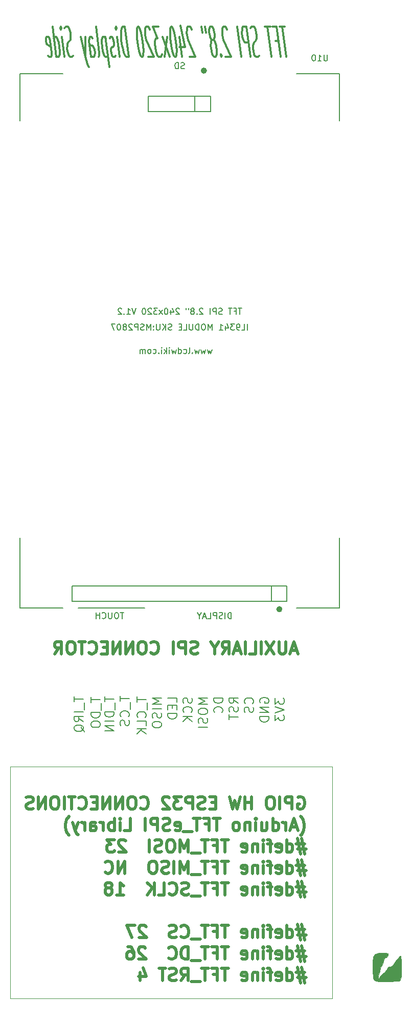
<source format=gbo>
G04 #@! TF.GenerationSoftware,KiCad,Pcbnew,5.99.0+really5.1.10+dfsg1-1*
G04 #@! TF.CreationDate,2021-09-08T20:42:20+02:00*
G04 #@! TF.ProjectId,esp32-adapter,65737033-322d-4616-9461-707465722e6b,1.0*
G04 #@! TF.SameCoordinates,Original*
G04 #@! TF.FileFunction,Legend,Bot*
G04 #@! TF.FilePolarity,Positive*
%FSLAX46Y46*%
G04 Gerber Fmt 4.6, Leading zero omitted, Abs format (unit mm)*
G04 Created by KiCad (PCBNEW 5.99.0+really5.1.10+dfsg1-1) date 2021-09-08 20:42:20*
%MOMM*%
%LPD*%
G01*
G04 APERTURE LIST*
%ADD10C,0.500000*%
%ADD11C,0.120000*%
%ADD12C,0.203200*%
%ADD13C,0.375000*%
%ADD14C,0.010000*%
%ADD15C,0.508000*%
%ADD16C,0.150000*%
%ADD17C,1.879600*%
%ADD18C,3.200000*%
%ADD19O,1.700000X1.700000*%
%ADD20R,1.700000X1.700000*%
%ADD21C,1.778000*%
%ADD22C,1.560000*%
%ADD23R,1.560000X1.560000*%
G04 APERTURE END LIST*
D10*
X123710095Y-132926666D02*
X122742476Y-132926666D01*
X123903619Y-133507238D02*
X123226285Y-131475238D01*
X122548952Y-133507238D01*
X121871619Y-131475238D02*
X121871619Y-133120190D01*
X121774857Y-133313714D01*
X121678095Y-133410476D01*
X121484571Y-133507238D01*
X121097523Y-133507238D01*
X120904000Y-133410476D01*
X120807238Y-133313714D01*
X120710476Y-133120190D01*
X120710476Y-131475238D01*
X119936380Y-131475238D02*
X118581714Y-133507238D01*
X118581714Y-131475238D02*
X119936380Y-133507238D01*
X117807619Y-133507238D02*
X117807619Y-131475238D01*
X115872380Y-133507238D02*
X116840000Y-133507238D01*
X116840000Y-131475238D01*
X115195047Y-133507238D02*
X115195047Y-131475238D01*
X114324190Y-132926666D02*
X113356571Y-132926666D01*
X114517714Y-133507238D02*
X113840380Y-131475238D01*
X113163047Y-133507238D01*
X111324571Y-133507238D02*
X112001904Y-132539619D01*
X112485714Y-133507238D02*
X112485714Y-131475238D01*
X111711619Y-131475238D01*
X111518095Y-131572000D01*
X111421333Y-131668761D01*
X111324571Y-131862285D01*
X111324571Y-132152571D01*
X111421333Y-132346095D01*
X111518095Y-132442857D01*
X111711619Y-132539619D01*
X112485714Y-132539619D01*
X110066666Y-132539619D02*
X110066666Y-133507238D01*
X110744000Y-131475238D02*
X110066666Y-132539619D01*
X109389333Y-131475238D01*
X107260571Y-133410476D02*
X106970285Y-133507238D01*
X106486476Y-133507238D01*
X106292952Y-133410476D01*
X106196190Y-133313714D01*
X106099428Y-133120190D01*
X106099428Y-132926666D01*
X106196190Y-132733142D01*
X106292952Y-132636380D01*
X106486476Y-132539619D01*
X106873523Y-132442857D01*
X107067047Y-132346095D01*
X107163809Y-132249333D01*
X107260571Y-132055809D01*
X107260571Y-131862285D01*
X107163809Y-131668761D01*
X107067047Y-131572000D01*
X106873523Y-131475238D01*
X106389714Y-131475238D01*
X106099428Y-131572000D01*
X105228571Y-133507238D02*
X105228571Y-131475238D01*
X104454476Y-131475238D01*
X104260952Y-131572000D01*
X104164190Y-131668761D01*
X104067428Y-131862285D01*
X104067428Y-132152571D01*
X104164190Y-132346095D01*
X104260952Y-132442857D01*
X104454476Y-132539619D01*
X105228571Y-132539619D01*
X103196571Y-133507238D02*
X103196571Y-131475238D01*
X99519619Y-133313714D02*
X99616380Y-133410476D01*
X99906666Y-133507238D01*
X100100190Y-133507238D01*
X100390476Y-133410476D01*
X100584000Y-133216952D01*
X100680761Y-133023428D01*
X100777523Y-132636380D01*
X100777523Y-132346095D01*
X100680761Y-131959047D01*
X100584000Y-131765523D01*
X100390476Y-131572000D01*
X100100190Y-131475238D01*
X99906666Y-131475238D01*
X99616380Y-131572000D01*
X99519619Y-131668761D01*
X98261714Y-131475238D02*
X97874666Y-131475238D01*
X97681142Y-131572000D01*
X97487619Y-131765523D01*
X97390857Y-132152571D01*
X97390857Y-132829904D01*
X97487619Y-133216952D01*
X97681142Y-133410476D01*
X97874666Y-133507238D01*
X98261714Y-133507238D01*
X98455238Y-133410476D01*
X98648761Y-133216952D01*
X98745523Y-132829904D01*
X98745523Y-132152571D01*
X98648761Y-131765523D01*
X98455238Y-131572000D01*
X98261714Y-131475238D01*
X96520000Y-133507238D02*
X96520000Y-131475238D01*
X95358857Y-133507238D01*
X95358857Y-131475238D01*
X94391238Y-133507238D02*
X94391238Y-131475238D01*
X93230095Y-133507238D01*
X93230095Y-131475238D01*
X92262476Y-132442857D02*
X91585142Y-132442857D01*
X91294857Y-133507238D02*
X92262476Y-133507238D01*
X92262476Y-131475238D01*
X91294857Y-131475238D01*
X89262857Y-133313714D02*
X89359619Y-133410476D01*
X89649904Y-133507238D01*
X89843428Y-133507238D01*
X90133714Y-133410476D01*
X90327238Y-133216952D01*
X90424000Y-133023428D01*
X90520761Y-132636380D01*
X90520761Y-132346095D01*
X90424000Y-131959047D01*
X90327238Y-131765523D01*
X90133714Y-131572000D01*
X89843428Y-131475238D01*
X89649904Y-131475238D01*
X89359619Y-131572000D01*
X89262857Y-131668761D01*
X88682285Y-131475238D02*
X87521142Y-131475238D01*
X88101714Y-133507238D02*
X88101714Y-131475238D01*
X86456761Y-131475238D02*
X86069714Y-131475238D01*
X85876190Y-131572000D01*
X85682666Y-131765523D01*
X85585904Y-132152571D01*
X85585904Y-132829904D01*
X85682666Y-133216952D01*
X85876190Y-133410476D01*
X86069714Y-133507238D01*
X86456761Y-133507238D01*
X86650285Y-133410476D01*
X86843809Y-133216952D01*
X86940571Y-132829904D01*
X86940571Y-132152571D01*
X86843809Y-131765523D01*
X86650285Y-131572000D01*
X86456761Y-131475238D01*
X83553904Y-133507238D02*
X84231238Y-132539619D01*
X84715047Y-133507238D02*
X84715047Y-131475238D01*
X83940952Y-131475238D01*
X83747428Y-131572000D01*
X83650666Y-131668761D01*
X83553904Y-131862285D01*
X83553904Y-132152571D01*
X83650666Y-132346095D01*
X83747428Y-132442857D01*
X83940952Y-132539619D01*
X84715047Y-132539619D01*
D11*
X129540000Y-152146000D02*
X129540000Y-154940000D01*
X76200000Y-152146000D02*
X76200000Y-154940000D01*
X78740000Y-152146000D02*
X76200000Y-152146000D01*
X76200000Y-190500000D02*
X78740000Y-190500000D01*
X76200000Y-190500000D02*
X76200000Y-154940000D01*
X129540000Y-190500000D02*
X78740000Y-190500000D01*
X129540000Y-154940000D02*
X129540000Y-190500000D01*
X78740000Y-152146000D02*
X129540000Y-152146000D01*
D10*
X123856809Y-157258000D02*
X124050333Y-157161238D01*
X124340619Y-157161238D01*
X124630904Y-157258000D01*
X124824428Y-157451523D01*
X124921190Y-157645047D01*
X125017952Y-158032095D01*
X125017952Y-158322380D01*
X124921190Y-158709428D01*
X124824428Y-158902952D01*
X124630904Y-159096476D01*
X124340619Y-159193238D01*
X124147095Y-159193238D01*
X123856809Y-159096476D01*
X123760047Y-158999714D01*
X123760047Y-158322380D01*
X124147095Y-158322380D01*
X122889190Y-159193238D02*
X122889190Y-157161238D01*
X122115095Y-157161238D01*
X121921571Y-157258000D01*
X121824809Y-157354761D01*
X121728047Y-157548285D01*
X121728047Y-157838571D01*
X121824809Y-158032095D01*
X121921571Y-158128857D01*
X122115095Y-158225619D01*
X122889190Y-158225619D01*
X120857190Y-159193238D02*
X120857190Y-157161238D01*
X119502523Y-157161238D02*
X119115476Y-157161238D01*
X118921952Y-157258000D01*
X118728428Y-157451523D01*
X118631666Y-157838571D01*
X118631666Y-158515904D01*
X118728428Y-158902952D01*
X118921952Y-159096476D01*
X119115476Y-159193238D01*
X119502523Y-159193238D01*
X119696047Y-159096476D01*
X119889571Y-158902952D01*
X119986333Y-158515904D01*
X119986333Y-157838571D01*
X119889571Y-157451523D01*
X119696047Y-157258000D01*
X119502523Y-157161238D01*
X116212619Y-159193238D02*
X116212619Y-157161238D01*
X116212619Y-158128857D02*
X115051476Y-158128857D01*
X115051476Y-159193238D02*
X115051476Y-157161238D01*
X114277380Y-157161238D02*
X113793571Y-159193238D01*
X113406523Y-157741809D01*
X113019476Y-159193238D01*
X112535666Y-157161238D01*
X110213380Y-158128857D02*
X109536047Y-158128857D01*
X109245761Y-159193238D02*
X110213380Y-159193238D01*
X110213380Y-157161238D01*
X109245761Y-157161238D01*
X108471666Y-159096476D02*
X108181380Y-159193238D01*
X107697571Y-159193238D01*
X107504047Y-159096476D01*
X107407285Y-158999714D01*
X107310523Y-158806190D01*
X107310523Y-158612666D01*
X107407285Y-158419142D01*
X107504047Y-158322380D01*
X107697571Y-158225619D01*
X108084619Y-158128857D01*
X108278142Y-158032095D01*
X108374904Y-157935333D01*
X108471666Y-157741809D01*
X108471666Y-157548285D01*
X108374904Y-157354761D01*
X108278142Y-157258000D01*
X108084619Y-157161238D01*
X107600809Y-157161238D01*
X107310523Y-157258000D01*
X106439666Y-159193238D02*
X106439666Y-157161238D01*
X105665571Y-157161238D01*
X105472047Y-157258000D01*
X105375285Y-157354761D01*
X105278523Y-157548285D01*
X105278523Y-157838571D01*
X105375285Y-158032095D01*
X105472047Y-158128857D01*
X105665571Y-158225619D01*
X106439666Y-158225619D01*
X104601190Y-157161238D02*
X103343285Y-157161238D01*
X104020619Y-157935333D01*
X103730333Y-157935333D01*
X103536809Y-158032095D01*
X103440047Y-158128857D01*
X103343285Y-158322380D01*
X103343285Y-158806190D01*
X103440047Y-158999714D01*
X103536809Y-159096476D01*
X103730333Y-159193238D01*
X104310904Y-159193238D01*
X104504428Y-159096476D01*
X104601190Y-158999714D01*
X102569190Y-157354761D02*
X102472428Y-157258000D01*
X102278904Y-157161238D01*
X101795095Y-157161238D01*
X101601571Y-157258000D01*
X101504809Y-157354761D01*
X101408047Y-157548285D01*
X101408047Y-157741809D01*
X101504809Y-158032095D01*
X102665952Y-159193238D01*
X101408047Y-159193238D01*
X97827857Y-158999714D02*
X97924619Y-159096476D01*
X98214904Y-159193238D01*
X98408428Y-159193238D01*
X98698714Y-159096476D01*
X98892238Y-158902952D01*
X98989000Y-158709428D01*
X99085761Y-158322380D01*
X99085761Y-158032095D01*
X98989000Y-157645047D01*
X98892238Y-157451523D01*
X98698714Y-157258000D01*
X98408428Y-157161238D01*
X98214904Y-157161238D01*
X97924619Y-157258000D01*
X97827857Y-157354761D01*
X96569952Y-157161238D02*
X96182904Y-157161238D01*
X95989380Y-157258000D01*
X95795857Y-157451523D01*
X95699095Y-157838571D01*
X95699095Y-158515904D01*
X95795857Y-158902952D01*
X95989380Y-159096476D01*
X96182904Y-159193238D01*
X96569952Y-159193238D01*
X96763476Y-159096476D01*
X96957000Y-158902952D01*
X97053761Y-158515904D01*
X97053761Y-157838571D01*
X96957000Y-157451523D01*
X96763476Y-157258000D01*
X96569952Y-157161238D01*
X94828238Y-159193238D02*
X94828238Y-157161238D01*
X93667095Y-159193238D01*
X93667095Y-157161238D01*
X92699476Y-159193238D02*
X92699476Y-157161238D01*
X91538333Y-159193238D01*
X91538333Y-157161238D01*
X90570714Y-158128857D02*
X89893380Y-158128857D01*
X89603095Y-159193238D02*
X90570714Y-159193238D01*
X90570714Y-157161238D01*
X89603095Y-157161238D01*
X87571095Y-158999714D02*
X87667857Y-159096476D01*
X87958142Y-159193238D01*
X88151666Y-159193238D01*
X88441952Y-159096476D01*
X88635476Y-158902952D01*
X88732238Y-158709428D01*
X88829000Y-158322380D01*
X88829000Y-158032095D01*
X88732238Y-157645047D01*
X88635476Y-157451523D01*
X88441952Y-157258000D01*
X88151666Y-157161238D01*
X87958142Y-157161238D01*
X87667857Y-157258000D01*
X87571095Y-157354761D01*
X86990523Y-157161238D02*
X85829380Y-157161238D01*
X86409952Y-159193238D02*
X86409952Y-157161238D01*
X85152047Y-159193238D02*
X85152047Y-157161238D01*
X83797380Y-157161238D02*
X83410333Y-157161238D01*
X83216809Y-157258000D01*
X83023285Y-157451523D01*
X82926523Y-157838571D01*
X82926523Y-158515904D01*
X83023285Y-158902952D01*
X83216809Y-159096476D01*
X83410333Y-159193238D01*
X83797380Y-159193238D01*
X83990904Y-159096476D01*
X84184428Y-158902952D01*
X84281190Y-158515904D01*
X84281190Y-157838571D01*
X84184428Y-157451523D01*
X83990904Y-157258000D01*
X83797380Y-157161238D01*
X82055666Y-159193238D02*
X82055666Y-157161238D01*
X80894523Y-159193238D01*
X80894523Y-157161238D01*
X80023666Y-159096476D02*
X79733380Y-159193238D01*
X79249571Y-159193238D01*
X79056047Y-159096476D01*
X78959285Y-158999714D01*
X78862523Y-158806190D01*
X78862523Y-158612666D01*
X78959285Y-158419142D01*
X79056047Y-158322380D01*
X79249571Y-158225619D01*
X79636619Y-158128857D01*
X79830142Y-158032095D01*
X79926904Y-157935333D01*
X80023666Y-157741809D01*
X80023666Y-157548285D01*
X79926904Y-157354761D01*
X79830142Y-157258000D01*
X79636619Y-157161238D01*
X79152809Y-157161238D01*
X78862523Y-157258000D01*
X124340619Y-163515333D02*
X124437380Y-163418571D01*
X124630904Y-163128285D01*
X124727666Y-162934761D01*
X124824428Y-162644476D01*
X124921190Y-162160666D01*
X124921190Y-161773619D01*
X124824428Y-161289809D01*
X124727666Y-160999523D01*
X124630904Y-160806000D01*
X124437380Y-160515714D01*
X124340619Y-160418952D01*
X123663285Y-162160666D02*
X122695666Y-162160666D01*
X123856809Y-162741238D02*
X123179476Y-160709238D01*
X122502142Y-162741238D01*
X121824809Y-162741238D02*
X121824809Y-161386571D01*
X121824809Y-161773619D02*
X121728047Y-161580095D01*
X121631285Y-161483333D01*
X121437761Y-161386571D01*
X121244238Y-161386571D01*
X119696047Y-162741238D02*
X119696047Y-160709238D01*
X119696047Y-162644476D02*
X119889571Y-162741238D01*
X120276619Y-162741238D01*
X120470142Y-162644476D01*
X120566904Y-162547714D01*
X120663666Y-162354190D01*
X120663666Y-161773619D01*
X120566904Y-161580095D01*
X120470142Y-161483333D01*
X120276619Y-161386571D01*
X119889571Y-161386571D01*
X119696047Y-161483333D01*
X117857571Y-161386571D02*
X117857571Y-162741238D01*
X118728428Y-161386571D02*
X118728428Y-162450952D01*
X118631666Y-162644476D01*
X118438142Y-162741238D01*
X118147857Y-162741238D01*
X117954333Y-162644476D01*
X117857571Y-162547714D01*
X116889952Y-162741238D02*
X116889952Y-161386571D01*
X116889952Y-160709238D02*
X116986714Y-160806000D01*
X116889952Y-160902761D01*
X116793190Y-160806000D01*
X116889952Y-160709238D01*
X116889952Y-160902761D01*
X115922333Y-161386571D02*
X115922333Y-162741238D01*
X115922333Y-161580095D02*
X115825571Y-161483333D01*
X115632047Y-161386571D01*
X115341761Y-161386571D01*
X115148238Y-161483333D01*
X115051476Y-161676857D01*
X115051476Y-162741238D01*
X113793571Y-162741238D02*
X113987095Y-162644476D01*
X114083857Y-162547714D01*
X114180619Y-162354190D01*
X114180619Y-161773619D01*
X114083857Y-161580095D01*
X113987095Y-161483333D01*
X113793571Y-161386571D01*
X113503285Y-161386571D01*
X113309761Y-161483333D01*
X113213000Y-161580095D01*
X113116238Y-161773619D01*
X113116238Y-162354190D01*
X113213000Y-162547714D01*
X113309761Y-162644476D01*
X113503285Y-162741238D01*
X113793571Y-162741238D01*
X110987476Y-160709238D02*
X109826333Y-160709238D01*
X110406904Y-162741238D02*
X110406904Y-160709238D01*
X108471666Y-161676857D02*
X109149000Y-161676857D01*
X109149000Y-162741238D02*
X109149000Y-160709238D01*
X108181380Y-160709238D01*
X107697571Y-160709238D02*
X106536428Y-160709238D01*
X107117000Y-162741238D02*
X107117000Y-160709238D01*
X106342904Y-162934761D02*
X104794714Y-162934761D01*
X103536809Y-162644476D02*
X103730333Y-162741238D01*
X104117380Y-162741238D01*
X104310904Y-162644476D01*
X104407666Y-162450952D01*
X104407666Y-161676857D01*
X104310904Y-161483333D01*
X104117380Y-161386571D01*
X103730333Y-161386571D01*
X103536809Y-161483333D01*
X103440047Y-161676857D01*
X103440047Y-161870380D01*
X104407666Y-162063904D01*
X102665952Y-162644476D02*
X102375666Y-162741238D01*
X101891857Y-162741238D01*
X101698333Y-162644476D01*
X101601571Y-162547714D01*
X101504809Y-162354190D01*
X101504809Y-162160666D01*
X101601571Y-161967142D01*
X101698333Y-161870380D01*
X101891857Y-161773619D01*
X102278904Y-161676857D01*
X102472428Y-161580095D01*
X102569190Y-161483333D01*
X102665952Y-161289809D01*
X102665952Y-161096285D01*
X102569190Y-160902761D01*
X102472428Y-160806000D01*
X102278904Y-160709238D01*
X101795095Y-160709238D01*
X101504809Y-160806000D01*
X100633952Y-162741238D02*
X100633952Y-160709238D01*
X99859857Y-160709238D01*
X99666333Y-160806000D01*
X99569571Y-160902761D01*
X99472809Y-161096285D01*
X99472809Y-161386571D01*
X99569571Y-161580095D01*
X99666333Y-161676857D01*
X99859857Y-161773619D01*
X100633952Y-161773619D01*
X98601952Y-162741238D02*
X98601952Y-160709238D01*
X95118523Y-162741238D02*
X96086142Y-162741238D01*
X96086142Y-160709238D01*
X94441190Y-162741238D02*
X94441190Y-161386571D01*
X94441190Y-160709238D02*
X94537952Y-160806000D01*
X94441190Y-160902761D01*
X94344428Y-160806000D01*
X94441190Y-160709238D01*
X94441190Y-160902761D01*
X93473571Y-162741238D02*
X93473571Y-160709238D01*
X93473571Y-161483333D02*
X93280047Y-161386571D01*
X92893000Y-161386571D01*
X92699476Y-161483333D01*
X92602714Y-161580095D01*
X92505952Y-161773619D01*
X92505952Y-162354190D01*
X92602714Y-162547714D01*
X92699476Y-162644476D01*
X92893000Y-162741238D01*
X93280047Y-162741238D01*
X93473571Y-162644476D01*
X91635095Y-162741238D02*
X91635095Y-161386571D01*
X91635095Y-161773619D02*
X91538333Y-161580095D01*
X91441571Y-161483333D01*
X91248047Y-161386571D01*
X91054523Y-161386571D01*
X89506333Y-162741238D02*
X89506333Y-161676857D01*
X89603095Y-161483333D01*
X89796619Y-161386571D01*
X90183666Y-161386571D01*
X90377190Y-161483333D01*
X89506333Y-162644476D02*
X89699857Y-162741238D01*
X90183666Y-162741238D01*
X90377190Y-162644476D01*
X90473952Y-162450952D01*
X90473952Y-162257428D01*
X90377190Y-162063904D01*
X90183666Y-161967142D01*
X89699857Y-161967142D01*
X89506333Y-161870380D01*
X88538714Y-162741238D02*
X88538714Y-161386571D01*
X88538714Y-161773619D02*
X88441952Y-161580095D01*
X88345190Y-161483333D01*
X88151666Y-161386571D01*
X87958142Y-161386571D01*
X87474333Y-161386571D02*
X86990523Y-162741238D01*
X86506714Y-161386571D02*
X86990523Y-162741238D01*
X87184047Y-163225047D01*
X87280809Y-163321809D01*
X87474333Y-163418571D01*
X85926142Y-163515333D02*
X85829380Y-163418571D01*
X85635857Y-163128285D01*
X85539095Y-162934761D01*
X85442333Y-162644476D01*
X85345571Y-162160666D01*
X85345571Y-161773619D01*
X85442333Y-161289809D01*
X85539095Y-160999523D01*
X85635857Y-160806000D01*
X85829380Y-160515714D01*
X85926142Y-160418952D01*
X125017952Y-164934571D02*
X123566523Y-164934571D01*
X124437380Y-164063714D02*
X125017952Y-166676285D01*
X123760047Y-165805428D02*
X125211476Y-165805428D01*
X124340619Y-166676285D02*
X123760047Y-164063714D01*
X122018333Y-166289238D02*
X122018333Y-164257238D01*
X122018333Y-166192476D02*
X122211857Y-166289238D01*
X122598904Y-166289238D01*
X122792428Y-166192476D01*
X122889190Y-166095714D01*
X122985952Y-165902190D01*
X122985952Y-165321619D01*
X122889190Y-165128095D01*
X122792428Y-165031333D01*
X122598904Y-164934571D01*
X122211857Y-164934571D01*
X122018333Y-165031333D01*
X120276619Y-166192476D02*
X120470142Y-166289238D01*
X120857190Y-166289238D01*
X121050714Y-166192476D01*
X121147476Y-165998952D01*
X121147476Y-165224857D01*
X121050714Y-165031333D01*
X120857190Y-164934571D01*
X120470142Y-164934571D01*
X120276619Y-165031333D01*
X120179857Y-165224857D01*
X120179857Y-165418380D01*
X121147476Y-165611904D01*
X119599285Y-164934571D02*
X118825190Y-164934571D01*
X119309000Y-166289238D02*
X119309000Y-164547523D01*
X119212238Y-164354000D01*
X119018714Y-164257238D01*
X118825190Y-164257238D01*
X118147857Y-166289238D02*
X118147857Y-164934571D01*
X118147857Y-164257238D02*
X118244619Y-164354000D01*
X118147857Y-164450761D01*
X118051095Y-164354000D01*
X118147857Y-164257238D01*
X118147857Y-164450761D01*
X117180238Y-164934571D02*
X117180238Y-166289238D01*
X117180238Y-165128095D02*
X117083476Y-165031333D01*
X116889952Y-164934571D01*
X116599666Y-164934571D01*
X116406142Y-165031333D01*
X116309380Y-165224857D01*
X116309380Y-166289238D01*
X114567666Y-166192476D02*
X114761190Y-166289238D01*
X115148238Y-166289238D01*
X115341761Y-166192476D01*
X115438523Y-165998952D01*
X115438523Y-165224857D01*
X115341761Y-165031333D01*
X115148238Y-164934571D01*
X114761190Y-164934571D01*
X114567666Y-165031333D01*
X114470904Y-165224857D01*
X114470904Y-165418380D01*
X115438523Y-165611904D01*
X112342142Y-164257238D02*
X111180999Y-164257238D01*
X111761571Y-166289238D02*
X111761571Y-164257238D01*
X109826333Y-165224857D02*
X110503666Y-165224857D01*
X110503666Y-166289238D02*
X110503666Y-164257238D01*
X109536047Y-164257238D01*
X109052238Y-164257238D02*
X107891095Y-164257238D01*
X108471666Y-166289238D02*
X108471666Y-164257238D01*
X107697571Y-166482761D02*
X106149380Y-166482761D01*
X105665571Y-166289238D02*
X105665571Y-164257238D01*
X104988238Y-165708666D01*
X104310904Y-164257238D01*
X104310904Y-166289238D01*
X102956238Y-164257238D02*
X102569190Y-164257238D01*
X102375666Y-164354000D01*
X102182142Y-164547523D01*
X102085380Y-164934571D01*
X102085380Y-165611904D01*
X102182142Y-165998952D01*
X102375666Y-166192476D01*
X102569190Y-166289238D01*
X102956238Y-166289238D01*
X103149761Y-166192476D01*
X103343285Y-165998952D01*
X103440047Y-165611904D01*
X103440047Y-164934571D01*
X103343285Y-164547523D01*
X103149761Y-164354000D01*
X102956238Y-164257238D01*
X101311285Y-166192476D02*
X101020999Y-166289238D01*
X100537190Y-166289238D01*
X100343666Y-166192476D01*
X100246904Y-166095714D01*
X100150142Y-165902190D01*
X100150142Y-165708666D01*
X100246904Y-165515142D01*
X100343666Y-165418380D01*
X100537190Y-165321619D01*
X100924238Y-165224857D01*
X101117761Y-165128095D01*
X101214523Y-165031333D01*
X101311285Y-164837809D01*
X101311285Y-164644285D01*
X101214523Y-164450761D01*
X101117761Y-164354000D01*
X100924238Y-164257238D01*
X100440428Y-164257238D01*
X100150142Y-164354000D01*
X99279285Y-166289238D02*
X99279285Y-164257238D01*
X95312047Y-164450761D02*
X95215285Y-164354000D01*
X95021761Y-164257238D01*
X94537952Y-164257238D01*
X94344428Y-164354000D01*
X94247666Y-164450761D01*
X94150904Y-164644285D01*
X94150904Y-164837809D01*
X94247666Y-165128095D01*
X95408809Y-166289238D01*
X94150904Y-166289238D01*
X93473571Y-164257238D02*
X92215666Y-164257238D01*
X92892999Y-165031333D01*
X92602714Y-165031333D01*
X92409190Y-165128095D01*
X92312428Y-165224857D01*
X92215666Y-165418380D01*
X92215666Y-165902190D01*
X92312428Y-166095714D01*
X92409190Y-166192476D01*
X92602714Y-166289238D01*
X93183285Y-166289238D01*
X93376809Y-166192476D01*
X93473571Y-166095714D01*
X125017952Y-168482571D02*
X123566523Y-168482571D01*
X124437380Y-167611714D02*
X125017952Y-170224285D01*
X123760047Y-169353428D02*
X125211476Y-169353428D01*
X124340619Y-170224285D02*
X123760047Y-167611714D01*
X122018333Y-169837238D02*
X122018333Y-167805238D01*
X122018333Y-169740476D02*
X122211857Y-169837238D01*
X122598904Y-169837238D01*
X122792428Y-169740476D01*
X122889190Y-169643714D01*
X122985952Y-169450190D01*
X122985952Y-168869619D01*
X122889190Y-168676095D01*
X122792428Y-168579333D01*
X122598904Y-168482571D01*
X122211857Y-168482571D01*
X122018333Y-168579333D01*
X120276619Y-169740476D02*
X120470142Y-169837238D01*
X120857190Y-169837238D01*
X121050714Y-169740476D01*
X121147476Y-169546952D01*
X121147476Y-168772857D01*
X121050714Y-168579333D01*
X120857190Y-168482571D01*
X120470142Y-168482571D01*
X120276619Y-168579333D01*
X120179857Y-168772857D01*
X120179857Y-168966380D01*
X121147476Y-169159904D01*
X119599285Y-168482571D02*
X118825190Y-168482571D01*
X119309000Y-169837238D02*
X119309000Y-168095523D01*
X119212238Y-167902000D01*
X119018714Y-167805238D01*
X118825190Y-167805238D01*
X118147857Y-169837238D02*
X118147857Y-168482571D01*
X118147857Y-167805238D02*
X118244619Y-167902000D01*
X118147857Y-167998761D01*
X118051095Y-167902000D01*
X118147857Y-167805238D01*
X118147857Y-167998761D01*
X117180238Y-168482571D02*
X117180238Y-169837238D01*
X117180238Y-168676095D02*
X117083476Y-168579333D01*
X116889952Y-168482571D01*
X116599666Y-168482571D01*
X116406142Y-168579333D01*
X116309380Y-168772857D01*
X116309380Y-169837238D01*
X114567666Y-169740476D02*
X114761190Y-169837238D01*
X115148238Y-169837238D01*
X115341761Y-169740476D01*
X115438523Y-169546952D01*
X115438523Y-168772857D01*
X115341761Y-168579333D01*
X115148238Y-168482571D01*
X114761190Y-168482571D01*
X114567666Y-168579333D01*
X114470904Y-168772857D01*
X114470904Y-168966380D01*
X115438523Y-169159904D01*
X112342142Y-167805238D02*
X111181000Y-167805238D01*
X111761571Y-169837238D02*
X111761571Y-167805238D01*
X109826333Y-168772857D02*
X110503666Y-168772857D01*
X110503666Y-169837238D02*
X110503666Y-167805238D01*
X109536047Y-167805238D01*
X109052238Y-167805238D02*
X107891095Y-167805238D01*
X108471666Y-169837238D02*
X108471666Y-167805238D01*
X107697571Y-170030761D02*
X106149380Y-170030761D01*
X105665571Y-169837238D02*
X105665571Y-167805238D01*
X104988238Y-169256666D01*
X104310904Y-167805238D01*
X104310904Y-169837238D01*
X103343285Y-169837238D02*
X103343285Y-167805238D01*
X102472428Y-169740476D02*
X102182142Y-169837238D01*
X101698333Y-169837238D01*
X101504809Y-169740476D01*
X101408047Y-169643714D01*
X101311285Y-169450190D01*
X101311285Y-169256666D01*
X101408047Y-169063142D01*
X101504809Y-168966380D01*
X101698333Y-168869619D01*
X102085380Y-168772857D01*
X102278904Y-168676095D01*
X102375666Y-168579333D01*
X102472428Y-168385809D01*
X102472428Y-168192285D01*
X102375666Y-167998761D01*
X102278904Y-167902000D01*
X102085380Y-167805238D01*
X101601571Y-167805238D01*
X101311285Y-167902000D01*
X100053380Y-167805238D02*
X99666333Y-167805238D01*
X99472809Y-167902000D01*
X99279285Y-168095523D01*
X99182523Y-168482571D01*
X99182523Y-169159904D01*
X99279285Y-169546952D01*
X99472809Y-169740476D01*
X99666333Y-169837238D01*
X100053380Y-169837238D01*
X100246904Y-169740476D01*
X100440428Y-169546952D01*
X100537190Y-169159904D01*
X100537190Y-168482571D01*
X100440428Y-168095523D01*
X100246904Y-167902000D01*
X100053380Y-167805238D01*
X95215285Y-169837238D02*
X95215285Y-167805238D01*
X94054142Y-169837238D01*
X94054142Y-167805238D01*
X91925380Y-169643714D02*
X92022142Y-169740476D01*
X92312428Y-169837238D01*
X92505952Y-169837238D01*
X92796238Y-169740476D01*
X92989761Y-169546952D01*
X93086523Y-169353428D01*
X93183285Y-168966380D01*
X93183285Y-168676095D01*
X93086523Y-168289047D01*
X92989761Y-168095523D01*
X92796238Y-167902000D01*
X92505952Y-167805238D01*
X92312428Y-167805238D01*
X92022142Y-167902000D01*
X91925380Y-167998761D01*
X125017952Y-172030571D02*
X123566523Y-172030571D01*
X124437380Y-171159714D02*
X125017952Y-173772285D01*
X123760047Y-172901428D02*
X125211476Y-172901428D01*
X124340619Y-173772285D02*
X123760047Y-171159714D01*
X122018333Y-173385238D02*
X122018333Y-171353238D01*
X122018333Y-173288476D02*
X122211857Y-173385238D01*
X122598904Y-173385238D01*
X122792428Y-173288476D01*
X122889190Y-173191714D01*
X122985952Y-172998190D01*
X122985952Y-172417619D01*
X122889190Y-172224095D01*
X122792428Y-172127333D01*
X122598904Y-172030571D01*
X122211857Y-172030571D01*
X122018333Y-172127333D01*
X120276619Y-173288476D02*
X120470142Y-173385238D01*
X120857190Y-173385238D01*
X121050714Y-173288476D01*
X121147476Y-173094952D01*
X121147476Y-172320857D01*
X121050714Y-172127333D01*
X120857190Y-172030571D01*
X120470142Y-172030571D01*
X120276619Y-172127333D01*
X120179857Y-172320857D01*
X120179857Y-172514380D01*
X121147476Y-172707904D01*
X119599285Y-172030571D02*
X118825190Y-172030571D01*
X119309000Y-173385238D02*
X119309000Y-171643523D01*
X119212238Y-171450000D01*
X119018714Y-171353238D01*
X118825190Y-171353238D01*
X118147857Y-173385238D02*
X118147857Y-172030571D01*
X118147857Y-171353238D02*
X118244619Y-171450000D01*
X118147857Y-171546761D01*
X118051095Y-171450000D01*
X118147857Y-171353238D01*
X118147857Y-171546761D01*
X117180238Y-172030571D02*
X117180238Y-173385238D01*
X117180238Y-172224095D02*
X117083476Y-172127333D01*
X116889952Y-172030571D01*
X116599666Y-172030571D01*
X116406142Y-172127333D01*
X116309380Y-172320857D01*
X116309380Y-173385238D01*
X114567666Y-173288476D02*
X114761190Y-173385238D01*
X115148238Y-173385238D01*
X115341761Y-173288476D01*
X115438523Y-173094952D01*
X115438523Y-172320857D01*
X115341761Y-172127333D01*
X115148238Y-172030571D01*
X114761190Y-172030571D01*
X114567666Y-172127333D01*
X114470904Y-172320857D01*
X114470904Y-172514380D01*
X115438523Y-172707904D01*
X112342142Y-171353238D02*
X111181000Y-171353238D01*
X111761571Y-173385238D02*
X111761571Y-171353238D01*
X109826333Y-172320857D02*
X110503666Y-172320857D01*
X110503666Y-173385238D02*
X110503666Y-171353238D01*
X109536047Y-171353238D01*
X109052238Y-171353238D02*
X107891095Y-171353238D01*
X108471666Y-173385238D02*
X108471666Y-171353238D01*
X107697571Y-173578761D02*
X106149380Y-173578761D01*
X105762333Y-173288476D02*
X105472047Y-173385238D01*
X104988238Y-173385238D01*
X104794714Y-173288476D01*
X104697952Y-173191714D01*
X104601190Y-172998190D01*
X104601190Y-172804666D01*
X104697952Y-172611142D01*
X104794714Y-172514380D01*
X104988238Y-172417619D01*
X105375285Y-172320857D01*
X105568809Y-172224095D01*
X105665571Y-172127333D01*
X105762333Y-171933809D01*
X105762333Y-171740285D01*
X105665571Y-171546761D01*
X105568809Y-171450000D01*
X105375285Y-171353238D01*
X104891476Y-171353238D01*
X104601190Y-171450000D01*
X102569190Y-173191714D02*
X102665952Y-173288476D01*
X102956238Y-173385238D01*
X103149761Y-173385238D01*
X103440047Y-173288476D01*
X103633571Y-173094952D01*
X103730333Y-172901428D01*
X103827095Y-172514380D01*
X103827095Y-172224095D01*
X103730333Y-171837047D01*
X103633571Y-171643523D01*
X103440047Y-171450000D01*
X103149761Y-171353238D01*
X102956238Y-171353238D01*
X102665952Y-171450000D01*
X102569190Y-171546761D01*
X100730714Y-173385238D02*
X101698333Y-173385238D01*
X101698333Y-171353238D01*
X100053380Y-173385238D02*
X100053380Y-171353238D01*
X98892238Y-173385238D02*
X99763095Y-172224095D01*
X98892238Y-171353238D02*
X100053380Y-172514380D01*
X93860619Y-173385238D02*
X95021761Y-173385238D01*
X94441190Y-173385238D02*
X94441190Y-171353238D01*
X94634714Y-171643523D01*
X94828238Y-171837047D01*
X95021761Y-171933809D01*
X92699476Y-172224095D02*
X92893000Y-172127333D01*
X92989761Y-172030571D01*
X93086523Y-171837047D01*
X93086523Y-171740285D01*
X92989761Y-171546761D01*
X92893000Y-171450000D01*
X92699476Y-171353238D01*
X92312428Y-171353238D01*
X92118904Y-171450000D01*
X92022142Y-171546761D01*
X91925380Y-171740285D01*
X91925380Y-171837047D01*
X92022142Y-172030571D01*
X92118904Y-172127333D01*
X92312428Y-172224095D01*
X92699476Y-172224095D01*
X92893000Y-172320857D01*
X92989761Y-172417619D01*
X93086523Y-172611142D01*
X93086523Y-172998190D01*
X92989761Y-173191714D01*
X92893000Y-173288476D01*
X92699476Y-173385238D01*
X92312428Y-173385238D01*
X92118904Y-173288476D01*
X92022142Y-173191714D01*
X91925380Y-172998190D01*
X91925380Y-172611142D01*
X92022142Y-172417619D01*
X92118904Y-172320857D01*
X92312428Y-172224095D01*
X125017952Y-179126571D02*
X123566523Y-179126571D01*
X124437380Y-178255714D02*
X125017952Y-180868285D01*
X123760047Y-179997428D02*
X125211476Y-179997428D01*
X124340619Y-180868285D02*
X123760047Y-178255714D01*
X122018333Y-180481238D02*
X122018333Y-178449238D01*
X122018333Y-180384476D02*
X122211857Y-180481238D01*
X122598904Y-180481238D01*
X122792428Y-180384476D01*
X122889190Y-180287714D01*
X122985952Y-180094190D01*
X122985952Y-179513619D01*
X122889190Y-179320095D01*
X122792428Y-179223333D01*
X122598904Y-179126571D01*
X122211857Y-179126571D01*
X122018333Y-179223333D01*
X120276619Y-180384476D02*
X120470142Y-180481238D01*
X120857190Y-180481238D01*
X121050714Y-180384476D01*
X121147476Y-180190952D01*
X121147476Y-179416857D01*
X121050714Y-179223333D01*
X120857190Y-179126571D01*
X120470142Y-179126571D01*
X120276619Y-179223333D01*
X120179857Y-179416857D01*
X120179857Y-179610380D01*
X121147476Y-179803904D01*
X119599285Y-179126571D02*
X118825190Y-179126571D01*
X119309000Y-180481238D02*
X119309000Y-178739523D01*
X119212238Y-178546000D01*
X119018714Y-178449238D01*
X118825190Y-178449238D01*
X118147857Y-180481238D02*
X118147857Y-179126571D01*
X118147857Y-178449238D02*
X118244619Y-178546000D01*
X118147857Y-178642761D01*
X118051095Y-178546000D01*
X118147857Y-178449238D01*
X118147857Y-178642761D01*
X117180238Y-179126571D02*
X117180238Y-180481238D01*
X117180238Y-179320095D02*
X117083476Y-179223333D01*
X116889952Y-179126571D01*
X116599666Y-179126571D01*
X116406142Y-179223333D01*
X116309380Y-179416857D01*
X116309380Y-180481238D01*
X114567666Y-180384476D02*
X114761190Y-180481238D01*
X115148238Y-180481238D01*
X115341761Y-180384476D01*
X115438523Y-180190952D01*
X115438523Y-179416857D01*
X115341761Y-179223333D01*
X115148238Y-179126571D01*
X114761190Y-179126571D01*
X114567666Y-179223333D01*
X114470904Y-179416857D01*
X114470904Y-179610380D01*
X115438523Y-179803904D01*
X112342142Y-178449238D02*
X111181000Y-178449238D01*
X111761571Y-180481238D02*
X111761571Y-178449238D01*
X109826333Y-179416857D02*
X110503666Y-179416857D01*
X110503666Y-180481238D02*
X110503666Y-178449238D01*
X109536047Y-178449238D01*
X109052238Y-178449238D02*
X107891095Y-178449238D01*
X108471666Y-180481238D02*
X108471666Y-178449238D01*
X107697571Y-180674761D02*
X106149380Y-180674761D01*
X104504428Y-180287714D02*
X104601190Y-180384476D01*
X104891476Y-180481238D01*
X105085000Y-180481238D01*
X105375285Y-180384476D01*
X105568809Y-180190952D01*
X105665571Y-179997428D01*
X105762333Y-179610380D01*
X105762333Y-179320095D01*
X105665571Y-178933047D01*
X105568809Y-178739523D01*
X105375285Y-178546000D01*
X105085000Y-178449238D01*
X104891476Y-178449238D01*
X104601190Y-178546000D01*
X104504428Y-178642761D01*
X103730333Y-180384476D02*
X103440047Y-180481238D01*
X102956238Y-180481238D01*
X102762714Y-180384476D01*
X102665952Y-180287714D01*
X102569190Y-180094190D01*
X102569190Y-179900666D01*
X102665952Y-179707142D01*
X102762714Y-179610380D01*
X102956238Y-179513619D01*
X103343285Y-179416857D01*
X103536809Y-179320095D01*
X103633571Y-179223333D01*
X103730333Y-179029809D01*
X103730333Y-178836285D01*
X103633571Y-178642761D01*
X103536809Y-178546000D01*
X103343285Y-178449238D01*
X102859476Y-178449238D01*
X102569190Y-178546000D01*
X98698714Y-178642761D02*
X98601952Y-178546000D01*
X98408428Y-178449238D01*
X97924619Y-178449238D01*
X97731095Y-178546000D01*
X97634333Y-178642761D01*
X97537571Y-178836285D01*
X97537571Y-179029809D01*
X97634333Y-179320095D01*
X98795476Y-180481238D01*
X97537571Y-180481238D01*
X96860238Y-178449238D02*
X95505571Y-178449238D01*
X96376428Y-180481238D01*
X125017952Y-182674571D02*
X123566523Y-182674571D01*
X124437380Y-181803714D02*
X125017952Y-184416285D01*
X123760047Y-183545428D02*
X125211476Y-183545428D01*
X124340619Y-184416285D02*
X123760047Y-181803714D01*
X122018333Y-184029238D02*
X122018333Y-181997238D01*
X122018333Y-183932476D02*
X122211857Y-184029238D01*
X122598904Y-184029238D01*
X122792428Y-183932476D01*
X122889190Y-183835714D01*
X122985952Y-183642190D01*
X122985952Y-183061619D01*
X122889190Y-182868095D01*
X122792428Y-182771333D01*
X122598904Y-182674571D01*
X122211857Y-182674571D01*
X122018333Y-182771333D01*
X120276619Y-183932476D02*
X120470142Y-184029238D01*
X120857190Y-184029238D01*
X121050714Y-183932476D01*
X121147476Y-183738952D01*
X121147476Y-182964857D01*
X121050714Y-182771333D01*
X120857190Y-182674571D01*
X120470142Y-182674571D01*
X120276619Y-182771333D01*
X120179857Y-182964857D01*
X120179857Y-183158380D01*
X121147476Y-183351904D01*
X119599285Y-182674571D02*
X118825190Y-182674571D01*
X119309000Y-184029238D02*
X119309000Y-182287523D01*
X119212238Y-182094000D01*
X119018714Y-181997238D01*
X118825190Y-181997238D01*
X118147857Y-184029238D02*
X118147857Y-182674571D01*
X118147857Y-181997238D02*
X118244619Y-182094000D01*
X118147857Y-182190761D01*
X118051095Y-182094000D01*
X118147857Y-181997238D01*
X118147857Y-182190761D01*
X117180238Y-182674571D02*
X117180238Y-184029238D01*
X117180238Y-182868095D02*
X117083476Y-182771333D01*
X116889952Y-182674571D01*
X116599666Y-182674571D01*
X116406142Y-182771333D01*
X116309380Y-182964857D01*
X116309380Y-184029238D01*
X114567666Y-183932476D02*
X114761190Y-184029238D01*
X115148238Y-184029238D01*
X115341761Y-183932476D01*
X115438523Y-183738952D01*
X115438523Y-182964857D01*
X115341761Y-182771333D01*
X115148238Y-182674571D01*
X114761190Y-182674571D01*
X114567666Y-182771333D01*
X114470904Y-182964857D01*
X114470904Y-183158380D01*
X115438523Y-183351904D01*
X112342142Y-181997238D02*
X111180999Y-181997238D01*
X111761571Y-184029238D02*
X111761571Y-181997238D01*
X109826333Y-182964857D02*
X110503666Y-182964857D01*
X110503666Y-184029238D02*
X110503666Y-181997238D01*
X109536047Y-181997238D01*
X109052238Y-181997238D02*
X107891095Y-181997238D01*
X108471666Y-184029238D02*
X108471666Y-181997238D01*
X107697571Y-184222761D02*
X106149380Y-184222761D01*
X105665571Y-184029238D02*
X105665571Y-181997238D01*
X105181761Y-181997238D01*
X104891476Y-182094000D01*
X104697952Y-182287523D01*
X104601190Y-182481047D01*
X104504428Y-182868095D01*
X104504428Y-183158380D01*
X104601190Y-183545428D01*
X104697952Y-183738952D01*
X104891476Y-183932476D01*
X105181761Y-184029238D01*
X105665571Y-184029238D01*
X102472428Y-183835714D02*
X102569190Y-183932476D01*
X102859476Y-184029238D01*
X103052999Y-184029238D01*
X103343285Y-183932476D01*
X103536809Y-183738952D01*
X103633571Y-183545428D01*
X103730333Y-183158380D01*
X103730333Y-182868095D01*
X103633571Y-182481047D01*
X103536809Y-182287523D01*
X103343285Y-182094000D01*
X103052999Y-181997238D01*
X102859476Y-181997238D01*
X102569190Y-182094000D01*
X102472428Y-182190761D01*
X98601952Y-182190761D02*
X98505190Y-182094000D01*
X98311666Y-181997238D01*
X97827857Y-181997238D01*
X97634333Y-182094000D01*
X97537571Y-182190761D01*
X97440809Y-182384285D01*
X97440809Y-182577809D01*
X97537571Y-182868095D01*
X98698714Y-184029238D01*
X97440809Y-184029238D01*
X95699095Y-181997238D02*
X96086142Y-181997238D01*
X96279666Y-182094000D01*
X96376428Y-182190761D01*
X96569952Y-182481047D01*
X96666714Y-182868095D01*
X96666714Y-183642190D01*
X96569952Y-183835714D01*
X96473190Y-183932476D01*
X96279666Y-184029238D01*
X95892619Y-184029238D01*
X95699095Y-183932476D01*
X95602333Y-183835714D01*
X95505571Y-183642190D01*
X95505571Y-183158380D01*
X95602333Y-182964857D01*
X95699095Y-182868095D01*
X95892619Y-182771333D01*
X96279666Y-182771333D01*
X96473190Y-182868095D01*
X96569952Y-182964857D01*
X96666714Y-183158380D01*
X125017952Y-186222571D02*
X123566523Y-186222571D01*
X124437380Y-185351714D02*
X125017952Y-187964285D01*
X123760047Y-187093428D02*
X125211476Y-187093428D01*
X124340619Y-187964285D02*
X123760047Y-185351714D01*
X122018333Y-187577238D02*
X122018333Y-185545238D01*
X122018333Y-187480476D02*
X122211857Y-187577238D01*
X122598904Y-187577238D01*
X122792428Y-187480476D01*
X122889190Y-187383714D01*
X122985952Y-187190190D01*
X122985952Y-186609619D01*
X122889190Y-186416095D01*
X122792428Y-186319333D01*
X122598904Y-186222571D01*
X122211857Y-186222571D01*
X122018333Y-186319333D01*
X120276619Y-187480476D02*
X120470142Y-187577238D01*
X120857190Y-187577238D01*
X121050714Y-187480476D01*
X121147476Y-187286952D01*
X121147476Y-186512857D01*
X121050714Y-186319333D01*
X120857190Y-186222571D01*
X120470142Y-186222571D01*
X120276619Y-186319333D01*
X120179857Y-186512857D01*
X120179857Y-186706380D01*
X121147476Y-186899904D01*
X119599285Y-186222571D02*
X118825190Y-186222571D01*
X119309000Y-187577238D02*
X119309000Y-185835523D01*
X119212238Y-185642000D01*
X119018714Y-185545238D01*
X118825190Y-185545238D01*
X118147857Y-187577238D02*
X118147857Y-186222571D01*
X118147857Y-185545238D02*
X118244619Y-185642000D01*
X118147857Y-185738761D01*
X118051095Y-185642000D01*
X118147857Y-185545238D01*
X118147857Y-185738761D01*
X117180238Y-186222571D02*
X117180238Y-187577238D01*
X117180238Y-186416095D02*
X117083476Y-186319333D01*
X116889952Y-186222571D01*
X116599666Y-186222571D01*
X116406142Y-186319333D01*
X116309380Y-186512857D01*
X116309380Y-187577238D01*
X114567666Y-187480476D02*
X114761190Y-187577238D01*
X115148238Y-187577238D01*
X115341761Y-187480476D01*
X115438523Y-187286952D01*
X115438523Y-186512857D01*
X115341761Y-186319333D01*
X115148238Y-186222571D01*
X114761190Y-186222571D01*
X114567666Y-186319333D01*
X114470904Y-186512857D01*
X114470904Y-186706380D01*
X115438523Y-186899904D01*
X112342142Y-185545238D02*
X111181000Y-185545238D01*
X111761571Y-187577238D02*
X111761571Y-185545238D01*
X109826333Y-186512857D02*
X110503666Y-186512857D01*
X110503666Y-187577238D02*
X110503666Y-185545238D01*
X109536047Y-185545238D01*
X109052238Y-185545238D02*
X107891095Y-185545238D01*
X108471666Y-187577238D02*
X108471666Y-185545238D01*
X107697571Y-187770761D02*
X106149380Y-187770761D01*
X104504428Y-187577238D02*
X105181761Y-186609619D01*
X105665571Y-187577238D02*
X105665571Y-185545238D01*
X104891476Y-185545238D01*
X104697952Y-185642000D01*
X104601190Y-185738761D01*
X104504428Y-185932285D01*
X104504428Y-186222571D01*
X104601190Y-186416095D01*
X104697952Y-186512857D01*
X104891476Y-186609619D01*
X105665571Y-186609619D01*
X103730333Y-187480476D02*
X103440047Y-187577238D01*
X102956238Y-187577238D01*
X102762714Y-187480476D01*
X102665952Y-187383714D01*
X102569190Y-187190190D01*
X102569190Y-186996666D01*
X102665952Y-186803142D01*
X102762714Y-186706380D01*
X102956238Y-186609619D01*
X103343285Y-186512857D01*
X103536809Y-186416095D01*
X103633571Y-186319333D01*
X103730333Y-186125809D01*
X103730333Y-185932285D01*
X103633571Y-185738761D01*
X103536809Y-185642000D01*
X103343285Y-185545238D01*
X102859476Y-185545238D01*
X102569190Y-185642000D01*
X101988619Y-185545238D02*
X100827476Y-185545238D01*
X101408047Y-187577238D02*
X101408047Y-185545238D01*
X97731095Y-186222571D02*
X97731095Y-187577238D01*
X98214904Y-185448476D02*
X98698714Y-186899904D01*
X97440809Y-186899904D01*
D12*
X120069428Y-140861142D02*
X120069428Y-141804571D01*
X120650000Y-141296571D01*
X120650000Y-141514285D01*
X120722571Y-141659428D01*
X120795142Y-141732000D01*
X120940285Y-141804571D01*
X121303142Y-141804571D01*
X121448285Y-141732000D01*
X121520857Y-141659428D01*
X121593428Y-141514285D01*
X121593428Y-141078857D01*
X121520857Y-140933714D01*
X121448285Y-140861142D01*
X120069428Y-142240000D02*
X121593428Y-142748000D01*
X120069428Y-143256000D01*
X120069428Y-143618857D02*
X120069428Y-144562285D01*
X120650000Y-144054285D01*
X120650000Y-144272000D01*
X120722571Y-144417142D01*
X120795142Y-144489714D01*
X120940285Y-144562285D01*
X121303142Y-144562285D01*
X121448285Y-144489714D01*
X121520857Y-144417142D01*
X121593428Y-144272000D01*
X121593428Y-143836571D01*
X121520857Y-143691428D01*
X121448285Y-143618857D01*
X117602000Y-141586857D02*
X117529428Y-141441714D01*
X117529428Y-141224000D01*
X117602000Y-141006285D01*
X117747142Y-140861142D01*
X117892285Y-140788571D01*
X118182571Y-140716000D01*
X118400285Y-140716000D01*
X118690571Y-140788571D01*
X118835714Y-140861142D01*
X118980857Y-141006285D01*
X119053428Y-141224000D01*
X119053428Y-141369142D01*
X118980857Y-141586857D01*
X118908285Y-141659428D01*
X118400285Y-141659428D01*
X118400285Y-141369142D01*
X119053428Y-142312571D02*
X117529428Y-142312571D01*
X119053428Y-143183428D01*
X117529428Y-143183428D01*
X119053428Y-143909142D02*
X117529428Y-143909142D01*
X117529428Y-144272000D01*
X117602000Y-144489714D01*
X117747142Y-144634857D01*
X117892285Y-144707428D01*
X118182571Y-144780000D01*
X118400285Y-144780000D01*
X118690571Y-144707428D01*
X118835714Y-144634857D01*
X118980857Y-144489714D01*
X119053428Y-144272000D01*
X119053428Y-143909142D01*
X116368285Y-141732000D02*
X116440857Y-141659428D01*
X116513428Y-141441714D01*
X116513428Y-141296571D01*
X116440857Y-141078857D01*
X116295714Y-140933714D01*
X116150571Y-140861142D01*
X115860285Y-140788571D01*
X115642571Y-140788571D01*
X115352285Y-140861142D01*
X115207142Y-140933714D01*
X115062000Y-141078857D01*
X114989428Y-141296571D01*
X114989428Y-141441714D01*
X115062000Y-141659428D01*
X115134571Y-141732000D01*
X116440857Y-142312571D02*
X116513428Y-142530285D01*
X116513428Y-142893142D01*
X116440857Y-143038285D01*
X116368285Y-143110857D01*
X116223142Y-143183428D01*
X116078000Y-143183428D01*
X115932857Y-143110857D01*
X115860285Y-143038285D01*
X115787714Y-142893142D01*
X115715142Y-142602857D01*
X115642571Y-142457714D01*
X115570000Y-142385142D01*
X115424857Y-142312571D01*
X115279714Y-142312571D01*
X115134571Y-142385142D01*
X115062000Y-142457714D01*
X114989428Y-142602857D01*
X114989428Y-142965714D01*
X115062000Y-143183428D01*
X113973428Y-141659428D02*
X113247714Y-141151428D01*
X113973428Y-140788571D02*
X112449428Y-140788571D01*
X112449428Y-141369142D01*
X112522000Y-141514285D01*
X112594571Y-141586857D01*
X112739714Y-141659428D01*
X112957428Y-141659428D01*
X113102571Y-141586857D01*
X113175142Y-141514285D01*
X113247714Y-141369142D01*
X113247714Y-140788571D01*
X113900857Y-142240000D02*
X113973428Y-142457714D01*
X113973428Y-142820571D01*
X113900857Y-142965714D01*
X113828285Y-143038285D01*
X113683142Y-143110857D01*
X113538000Y-143110857D01*
X113392857Y-143038285D01*
X113320285Y-142965714D01*
X113247714Y-142820571D01*
X113175142Y-142530285D01*
X113102571Y-142385142D01*
X113030000Y-142312571D01*
X112884857Y-142240000D01*
X112739714Y-142240000D01*
X112594571Y-142312571D01*
X112522000Y-142385142D01*
X112449428Y-142530285D01*
X112449428Y-142893142D01*
X112522000Y-143110857D01*
X112449428Y-143546285D02*
X112449428Y-144417142D01*
X113973428Y-143981714D02*
X112449428Y-143981714D01*
X111433428Y-140824857D02*
X109909428Y-140824857D01*
X109909428Y-141187714D01*
X109982000Y-141405428D01*
X110127142Y-141550571D01*
X110272285Y-141623142D01*
X110562571Y-141695714D01*
X110780285Y-141695714D01*
X111070571Y-141623142D01*
X111215714Y-141550571D01*
X111360857Y-141405428D01*
X111433428Y-141187714D01*
X111433428Y-140824857D01*
X111288285Y-143219714D02*
X111360857Y-143147142D01*
X111433428Y-142929428D01*
X111433428Y-142784285D01*
X111360857Y-142566571D01*
X111215714Y-142421428D01*
X111070571Y-142348857D01*
X110780285Y-142276285D01*
X110562571Y-142276285D01*
X110272285Y-142348857D01*
X110127142Y-142421428D01*
X109982000Y-142566571D01*
X109909428Y-142784285D01*
X109909428Y-142929428D01*
X109982000Y-143147142D01*
X110054571Y-143219714D01*
X108893428Y-140861142D02*
X107369428Y-140861142D01*
X108458000Y-141369142D01*
X107369428Y-141877142D01*
X108893428Y-141877142D01*
X107369428Y-142893142D02*
X107369428Y-143183428D01*
X107442000Y-143328571D01*
X107587142Y-143473714D01*
X107877428Y-143546285D01*
X108385428Y-143546285D01*
X108675714Y-143473714D01*
X108820857Y-143328571D01*
X108893428Y-143183428D01*
X108893428Y-142893142D01*
X108820857Y-142748000D01*
X108675714Y-142602857D01*
X108385428Y-142530285D01*
X107877428Y-142530285D01*
X107587142Y-142602857D01*
X107442000Y-142748000D01*
X107369428Y-142893142D01*
X108820857Y-144126857D02*
X108893428Y-144344571D01*
X108893428Y-144707428D01*
X108820857Y-144852571D01*
X108748285Y-144925142D01*
X108603142Y-144997714D01*
X108458000Y-144997714D01*
X108312857Y-144925142D01*
X108240285Y-144852571D01*
X108167714Y-144707428D01*
X108095142Y-144417142D01*
X108022571Y-144272000D01*
X107950000Y-144199428D01*
X107804857Y-144126857D01*
X107659714Y-144126857D01*
X107514571Y-144199428D01*
X107442000Y-144272000D01*
X107369428Y-144417142D01*
X107369428Y-144780000D01*
X107442000Y-144997714D01*
X108893428Y-145650857D02*
X107369428Y-145650857D01*
X106280857Y-140788571D02*
X106353428Y-141006285D01*
X106353428Y-141369142D01*
X106280857Y-141514285D01*
X106208285Y-141586857D01*
X106063142Y-141659428D01*
X105918000Y-141659428D01*
X105772857Y-141586857D01*
X105700285Y-141514285D01*
X105627714Y-141369142D01*
X105555142Y-141078857D01*
X105482571Y-140933714D01*
X105410000Y-140861142D01*
X105264857Y-140788571D01*
X105119714Y-140788571D01*
X104974571Y-140861142D01*
X104902000Y-140933714D01*
X104829428Y-141078857D01*
X104829428Y-141441714D01*
X104902000Y-141659428D01*
X106208285Y-143183428D02*
X106280857Y-143110857D01*
X106353428Y-142893142D01*
X106353428Y-142748000D01*
X106280857Y-142530285D01*
X106135714Y-142385142D01*
X105990571Y-142312571D01*
X105700285Y-142240000D01*
X105482571Y-142240000D01*
X105192285Y-142312571D01*
X105047142Y-142385142D01*
X104902000Y-142530285D01*
X104829428Y-142748000D01*
X104829428Y-142893142D01*
X104902000Y-143110857D01*
X104974571Y-143183428D01*
X106353428Y-143836571D02*
X104829428Y-143836571D01*
X106353428Y-144707428D02*
X105482571Y-144054285D01*
X104829428Y-144707428D02*
X105700285Y-143836571D01*
X103813428Y-141514285D02*
X103813428Y-140788571D01*
X102289428Y-140788571D01*
X103015142Y-142022285D02*
X103015142Y-142530285D01*
X103813428Y-142748000D02*
X103813428Y-142022285D01*
X102289428Y-142022285D01*
X102289428Y-142748000D01*
X103813428Y-143401142D02*
X102289428Y-143401142D01*
X102289428Y-143764000D01*
X102362000Y-143981714D01*
X102507142Y-144126857D01*
X102652285Y-144199428D01*
X102942571Y-144272000D01*
X103160285Y-144272000D01*
X103450571Y-144199428D01*
X103595714Y-144126857D01*
X103740857Y-143981714D01*
X103813428Y-143764000D01*
X103813428Y-143401142D01*
X101273428Y-140861142D02*
X99749428Y-140861142D01*
X100838000Y-141369142D01*
X99749428Y-141877142D01*
X101273428Y-141877142D01*
X101273428Y-142602857D02*
X99749428Y-142602857D01*
X101200857Y-143256000D02*
X101273428Y-143473714D01*
X101273428Y-143836571D01*
X101200857Y-143981714D01*
X101128285Y-144054285D01*
X100983142Y-144126857D01*
X100838000Y-144126857D01*
X100692857Y-144054285D01*
X100620285Y-143981714D01*
X100547714Y-143836571D01*
X100475142Y-143546285D01*
X100402571Y-143401142D01*
X100330000Y-143328571D01*
X100184857Y-143256000D01*
X100039714Y-143256000D01*
X99894571Y-143328571D01*
X99822000Y-143401142D01*
X99749428Y-143546285D01*
X99749428Y-143909142D01*
X99822000Y-144126857D01*
X99749428Y-145070285D02*
X99749428Y-145360571D01*
X99822000Y-145505714D01*
X99967142Y-145650857D01*
X100257428Y-145723428D01*
X100765428Y-145723428D01*
X101055714Y-145650857D01*
X101200857Y-145505714D01*
X101273428Y-145360571D01*
X101273428Y-145070285D01*
X101200857Y-144925142D01*
X101055714Y-144780000D01*
X100765428Y-144707428D01*
X100257428Y-144707428D01*
X99967142Y-144780000D01*
X99822000Y-144925142D01*
X99749428Y-145070285D01*
X97209428Y-140607142D02*
X97209428Y-141478000D01*
X98733428Y-141042571D02*
X97209428Y-141042571D01*
X98878571Y-141623142D02*
X98878571Y-142784285D01*
X98588285Y-144018000D02*
X98660857Y-143945428D01*
X98733428Y-143727714D01*
X98733428Y-143582571D01*
X98660857Y-143364857D01*
X98515714Y-143219714D01*
X98370571Y-143147142D01*
X98080285Y-143074571D01*
X97862571Y-143074571D01*
X97572285Y-143147142D01*
X97427142Y-143219714D01*
X97282000Y-143364857D01*
X97209428Y-143582571D01*
X97209428Y-143727714D01*
X97282000Y-143945428D01*
X97354571Y-144018000D01*
X98733428Y-145396857D02*
X98733428Y-144671142D01*
X97209428Y-144671142D01*
X98733428Y-145904857D02*
X97209428Y-145904857D01*
X98733428Y-146775714D02*
X97862571Y-146122571D01*
X97209428Y-146775714D02*
X98080285Y-145904857D01*
X94415428Y-140498285D02*
X94415428Y-141369142D01*
X95939428Y-140933714D02*
X94415428Y-140933714D01*
X96084571Y-141514285D02*
X96084571Y-142675428D01*
X95794285Y-143909142D02*
X95866857Y-143836571D01*
X95939428Y-143618857D01*
X95939428Y-143473714D01*
X95866857Y-143256000D01*
X95721714Y-143110857D01*
X95576571Y-143038285D01*
X95286285Y-142965714D01*
X95068571Y-142965714D01*
X94778285Y-143038285D01*
X94633142Y-143110857D01*
X94488000Y-143256000D01*
X94415428Y-143473714D01*
X94415428Y-143618857D01*
X94488000Y-143836571D01*
X94560571Y-143909142D01*
X95866857Y-144489714D02*
X95939428Y-144707428D01*
X95939428Y-145070285D01*
X95866857Y-145215428D01*
X95794285Y-145288000D01*
X95649142Y-145360571D01*
X95504000Y-145360571D01*
X95358857Y-145288000D01*
X95286285Y-145215428D01*
X95213714Y-145070285D01*
X95141142Y-144780000D01*
X95068571Y-144634857D01*
X94996000Y-144562285D01*
X94850857Y-144489714D01*
X94705714Y-144489714D01*
X94560571Y-144562285D01*
X94488000Y-144634857D01*
X94415428Y-144780000D01*
X94415428Y-145142857D01*
X94488000Y-145360571D01*
X91875428Y-140570857D02*
X91875428Y-141441714D01*
X93399428Y-141006285D02*
X91875428Y-141006285D01*
X93544571Y-141586857D02*
X93544571Y-142748000D01*
X93399428Y-143110857D02*
X91875428Y-143110857D01*
X91875428Y-143473714D01*
X91948000Y-143691428D01*
X92093142Y-143836571D01*
X92238285Y-143909142D01*
X92528571Y-143981714D01*
X92746285Y-143981714D01*
X93036571Y-143909142D01*
X93181714Y-143836571D01*
X93326857Y-143691428D01*
X93399428Y-143473714D01*
X93399428Y-143110857D01*
X93399428Y-144634857D02*
X91875428Y-144634857D01*
X93399428Y-145360571D02*
X91875428Y-145360571D01*
X93399428Y-146231428D01*
X91875428Y-146231428D01*
X89589428Y-140679714D02*
X89589428Y-141550571D01*
X91113428Y-141115142D02*
X89589428Y-141115142D01*
X91258571Y-141695714D02*
X91258571Y-142856857D01*
X91113428Y-143219714D02*
X89589428Y-143219714D01*
X89589428Y-143582571D01*
X89662000Y-143800285D01*
X89807142Y-143945428D01*
X89952285Y-144018000D01*
X90242571Y-144090571D01*
X90460285Y-144090571D01*
X90750571Y-144018000D01*
X90895714Y-143945428D01*
X91040857Y-143800285D01*
X91113428Y-143582571D01*
X91113428Y-143219714D01*
X89589428Y-145034000D02*
X89589428Y-145324285D01*
X89662000Y-145469428D01*
X89807142Y-145614571D01*
X90097428Y-145687142D01*
X90605428Y-145687142D01*
X90895714Y-145614571D01*
X91040857Y-145469428D01*
X91113428Y-145324285D01*
X91113428Y-145034000D01*
X91040857Y-144888857D01*
X90895714Y-144743714D01*
X90605428Y-144671142D01*
X90097428Y-144671142D01*
X89807142Y-144743714D01*
X89662000Y-144888857D01*
X89589428Y-145034000D01*
X86795428Y-140570857D02*
X86795428Y-141441714D01*
X88319428Y-141006285D02*
X86795428Y-141006285D01*
X88464571Y-141586857D02*
X88464571Y-142748000D01*
X88319428Y-143110857D02*
X86795428Y-143110857D01*
X88319428Y-144707428D02*
X87593714Y-144199428D01*
X88319428Y-143836571D02*
X86795428Y-143836571D01*
X86795428Y-144417142D01*
X86868000Y-144562285D01*
X86940571Y-144634857D01*
X87085714Y-144707428D01*
X87303428Y-144707428D01*
X87448571Y-144634857D01*
X87521142Y-144562285D01*
X87593714Y-144417142D01*
X87593714Y-143836571D01*
X88464571Y-146376571D02*
X88392000Y-146231428D01*
X88246857Y-146086285D01*
X88029142Y-145868571D01*
X87956571Y-145723428D01*
X87956571Y-145578285D01*
X88319428Y-145650857D02*
X88246857Y-145505714D01*
X88101714Y-145360571D01*
X87811428Y-145288000D01*
X87303428Y-145288000D01*
X87013142Y-145360571D01*
X86868000Y-145505714D01*
X86795428Y-145650857D01*
X86795428Y-145941142D01*
X86868000Y-146086285D01*
X87013142Y-146231428D01*
X87303428Y-146304000D01*
X87811428Y-146304000D01*
X88101714Y-146231428D01*
X88246857Y-146086285D01*
X88319428Y-145941142D01*
X88319428Y-145650857D01*
D13*
X121698456Y-29773904D02*
X120841313Y-29773904D01*
X121894885Y-34773904D02*
X121269885Y-29773904D01*
X120138933Y-32154857D02*
X120638933Y-32154857D01*
X120966313Y-34773904D02*
X120341313Y-29773904D01*
X119627028Y-29773904D01*
X119269885Y-29773904D02*
X118412742Y-29773904D01*
X119466313Y-34773904D02*
X118841313Y-29773904D01*
X117436552Y-34535809D02*
X117252028Y-34773904D01*
X116894885Y-34773904D01*
X116722266Y-34535809D01*
X116621075Y-34297714D01*
X116490123Y-33821523D01*
X116430599Y-33345333D01*
X116442504Y-32869142D01*
X116484171Y-32631047D01*
X116597266Y-32392952D01*
X116853218Y-32154857D01*
X116966313Y-31916761D01*
X117007980Y-31678666D01*
X117019885Y-31202476D01*
X116960361Y-30726285D01*
X116829409Y-30250095D01*
X116728218Y-30012000D01*
X116555599Y-29773904D01*
X116198456Y-29773904D01*
X116013933Y-30012000D01*
X115966313Y-34773904D02*
X115341313Y-29773904D01*
X114769885Y-29773904D01*
X114656790Y-30012000D01*
X114615123Y-30250095D01*
X114603218Y-30726285D01*
X114692504Y-31440571D01*
X114823456Y-31916761D01*
X114924647Y-32154857D01*
X115097266Y-32392952D01*
X115668694Y-32392952D01*
X114466313Y-34773904D02*
X113841313Y-29773904D01*
X112115123Y-30250095D02*
X112013933Y-30012000D01*
X111841313Y-29773904D01*
X111484171Y-29773904D01*
X111371075Y-30012000D01*
X111329409Y-30250095D01*
X111317504Y-30726285D01*
X111377028Y-31202476D01*
X111537742Y-31916761D01*
X112752028Y-34773904D01*
X111823456Y-34773904D01*
X111121075Y-34297714D02*
X111079409Y-34535809D01*
X111180599Y-34773904D01*
X111222266Y-34535809D01*
X111121075Y-34297714D01*
X111180599Y-34773904D01*
X109894885Y-31916761D02*
X110007980Y-31678666D01*
X110049647Y-31440571D01*
X110061552Y-30964380D01*
X110031790Y-30726285D01*
X109900837Y-30250095D01*
X109799647Y-30012000D01*
X109627028Y-29773904D01*
X109341313Y-29773904D01*
X109228218Y-30012000D01*
X109186552Y-30250095D01*
X109174647Y-30726285D01*
X109204409Y-30964380D01*
X109335361Y-31440571D01*
X109436552Y-31678666D01*
X109609171Y-31916761D01*
X109894885Y-31916761D01*
X110067504Y-32154857D01*
X110168694Y-32392952D01*
X110299647Y-32869142D01*
X110418694Y-33821523D01*
X110406790Y-34297714D01*
X110365123Y-34535809D01*
X110252028Y-34773904D01*
X109966313Y-34773904D01*
X109793694Y-34535809D01*
X109692504Y-34297714D01*
X109561552Y-33821523D01*
X109442504Y-32869142D01*
X109454409Y-32392952D01*
X109496075Y-32154857D01*
X109609171Y-31916761D01*
X108484171Y-29773904D02*
X108603218Y-30726285D01*
X107912742Y-29773904D02*
X108031790Y-30726285D01*
X106257980Y-30250095D02*
X106156790Y-30012000D01*
X105984171Y-29773904D01*
X105627028Y-29773904D01*
X105513933Y-30012000D01*
X105472266Y-30250095D01*
X105460361Y-30726285D01*
X105519885Y-31202476D01*
X105680599Y-31916761D01*
X106894885Y-34773904D01*
X105966313Y-34773904D01*
X104263933Y-31440571D02*
X104680599Y-34773904D01*
X104382980Y-29535809D02*
X105186552Y-33107238D01*
X104257980Y-33107238D01*
X102984171Y-29773904D02*
X102841313Y-29773904D01*
X102728218Y-30012000D01*
X102686552Y-30250095D01*
X102674647Y-30726285D01*
X102722266Y-31678666D01*
X102871075Y-32869142D01*
X103061552Y-33821523D01*
X103192504Y-34297714D01*
X103293694Y-34535809D01*
X103466313Y-34773904D01*
X103609171Y-34773904D01*
X103722266Y-34535809D01*
X103763933Y-34297714D01*
X103775837Y-33821523D01*
X103728218Y-32869142D01*
X103579409Y-31678666D01*
X103388933Y-30726285D01*
X103257980Y-30250095D01*
X103156790Y-30012000D01*
X102984171Y-29773904D01*
X102609171Y-34773904D02*
X101406790Y-31440571D01*
X102192504Y-31440571D02*
X101823456Y-34773904D01*
X100769885Y-29773904D02*
X99841313Y-29773904D01*
X100579409Y-31678666D01*
X100365123Y-31678666D01*
X100252028Y-31916761D01*
X100210361Y-32154857D01*
X100198456Y-32631047D01*
X100347266Y-33821523D01*
X100478218Y-34297714D01*
X100579409Y-34535809D01*
X100752028Y-34773904D01*
X101180599Y-34773904D01*
X101293694Y-34535809D01*
X101335361Y-34297714D01*
X99329409Y-30250095D02*
X99228218Y-30012000D01*
X99055599Y-29773904D01*
X98698456Y-29773904D01*
X98585361Y-30012000D01*
X98543694Y-30250095D01*
X98531790Y-30726285D01*
X98591313Y-31202476D01*
X98752028Y-31916761D01*
X99966313Y-34773904D01*
X99037742Y-34773904D01*
X97484171Y-29773904D02*
X97341313Y-29773904D01*
X97228218Y-30012000D01*
X97186552Y-30250095D01*
X97174647Y-30726285D01*
X97222266Y-31678666D01*
X97371075Y-32869142D01*
X97561552Y-33821523D01*
X97692504Y-34297714D01*
X97793694Y-34535809D01*
X97966313Y-34773904D01*
X98109171Y-34773904D01*
X98222266Y-34535809D01*
X98263933Y-34297714D01*
X98275837Y-33821523D01*
X98228218Y-32869142D01*
X98079409Y-31678666D01*
X97888933Y-30726285D01*
X97757980Y-30250095D01*
X97656790Y-30012000D01*
X97484171Y-29773904D01*
X95823456Y-34773904D02*
X95198456Y-29773904D01*
X94841313Y-29773904D01*
X94656790Y-30012000D01*
X94573456Y-30488190D01*
X94561552Y-30964380D01*
X94609171Y-31916761D01*
X94698456Y-32631047D01*
X94888933Y-33583428D01*
X95019885Y-34059619D01*
X95222266Y-34535809D01*
X95466313Y-34773904D01*
X95823456Y-34773904D01*
X94323456Y-34773904D02*
X93906790Y-31440571D01*
X93698456Y-29773904D02*
X93799647Y-30012000D01*
X93757980Y-30250095D01*
X93656790Y-30012000D01*
X93698456Y-29773904D01*
X93757980Y-30250095D01*
X93650837Y-34535809D02*
X93537742Y-34773904D01*
X93252028Y-34773904D01*
X93079409Y-34535809D01*
X92948456Y-34059619D01*
X92918694Y-33821523D01*
X92930599Y-33345333D01*
X93043694Y-33107238D01*
X93257980Y-33107238D01*
X93371075Y-32869142D01*
X93382980Y-32392952D01*
X93353218Y-32154857D01*
X93222266Y-31678666D01*
X93049647Y-31440571D01*
X92835361Y-31440571D01*
X92722266Y-31678666D01*
X91978218Y-31440571D02*
X92603218Y-36440571D01*
X92007980Y-31678666D02*
X91835361Y-31440571D01*
X91549647Y-31440571D01*
X91436552Y-31678666D01*
X91394885Y-31916761D01*
X91382980Y-32392952D01*
X91561552Y-33821523D01*
X91692504Y-34297714D01*
X91793694Y-34535809D01*
X91966313Y-34773904D01*
X92252028Y-34773904D01*
X92365123Y-34535809D01*
X90823456Y-34773904D02*
X90936552Y-34535809D01*
X90948456Y-34059619D01*
X90412742Y-29773904D01*
X89609171Y-34773904D02*
X89281790Y-32154857D01*
X89293694Y-31678666D01*
X89406790Y-31440571D01*
X89692504Y-31440571D01*
X89865123Y-31678666D01*
X89579409Y-34535809D02*
X89752028Y-34773904D01*
X90109171Y-34773904D01*
X90222266Y-34535809D01*
X90234171Y-34059619D01*
X90174647Y-33583428D01*
X90043694Y-33107238D01*
X89871075Y-32869142D01*
X89513933Y-32869142D01*
X89341313Y-32631047D01*
X88621075Y-31440571D02*
X88680599Y-34773904D01*
X87906790Y-31440571D02*
X88680599Y-34773904D01*
X88972266Y-35964380D01*
X89073456Y-36202476D01*
X89246075Y-36440571D01*
X86650837Y-34535809D02*
X86466313Y-34773904D01*
X86109171Y-34773904D01*
X85936552Y-34535809D01*
X85835361Y-34297714D01*
X85704409Y-33821523D01*
X85644885Y-33345333D01*
X85656790Y-32869142D01*
X85698456Y-32631047D01*
X85811552Y-32392952D01*
X86067504Y-32154857D01*
X86180599Y-31916761D01*
X86222266Y-31678666D01*
X86234171Y-31202476D01*
X86174647Y-30726285D01*
X86043694Y-30250095D01*
X85942504Y-30012000D01*
X85769885Y-29773904D01*
X85412742Y-29773904D01*
X85228218Y-30012000D01*
X85180599Y-34773904D02*
X84763933Y-31440571D01*
X84555599Y-29773904D02*
X84656790Y-30012000D01*
X84615123Y-30250095D01*
X84513933Y-30012000D01*
X84555599Y-29773904D01*
X84615123Y-30250095D01*
X83823456Y-34773904D02*
X83198456Y-29773904D01*
X83793694Y-34535809D02*
X83966313Y-34773904D01*
X84252028Y-34773904D01*
X84365123Y-34535809D01*
X84406790Y-34297714D01*
X84418694Y-33821523D01*
X84240123Y-32392952D01*
X84109171Y-31916761D01*
X84007980Y-31678666D01*
X83835361Y-31440571D01*
X83549647Y-31440571D01*
X83436552Y-31678666D01*
X82507980Y-34535809D02*
X82680599Y-34773904D01*
X82966313Y-34773904D01*
X83079409Y-34535809D01*
X83091313Y-34059619D01*
X82853218Y-32154857D01*
X82722266Y-31678666D01*
X82549647Y-31440571D01*
X82263933Y-31440571D01*
X82150837Y-31678666D01*
X82138933Y-32154857D01*
X82198456Y-32631047D01*
X82972266Y-33107238D01*
D14*
G36*
X137337781Y-183022334D02*
G01*
X136976503Y-183078860D01*
X136715638Y-183192361D01*
X136605628Y-183270217D01*
X136474171Y-183380563D01*
X136382631Y-183499354D01*
X136323784Y-183671210D01*
X136290408Y-183940753D01*
X136275279Y-184352602D01*
X136271175Y-184951377D01*
X136271000Y-185337459D01*
X136270328Y-186166921D01*
X136290623Y-186776457D01*
X136365352Y-187199832D01*
X136527983Y-187470811D01*
X136811984Y-187623161D01*
X137250823Y-187690647D01*
X137877965Y-187707034D01*
X138618630Y-187706000D01*
X139393966Y-187701720D01*
X139954210Y-187686483D01*
X140338164Y-187656689D01*
X140584629Y-187608740D01*
X140732408Y-187539037D01*
X140770429Y-187506428D01*
X140850513Y-187383409D01*
X140906712Y-187174609D01*
X140942799Y-186840559D01*
X140962547Y-186341795D01*
X140969727Y-185638850D01*
X140970000Y-185418423D01*
X140963166Y-184751924D01*
X140944349Y-184179510D01*
X140916079Y-183747352D01*
X140880883Y-183501621D01*
X140862942Y-183463824D01*
X140748813Y-183531526D01*
X140531588Y-183768051D01*
X140248555Y-184130544D01*
X140087042Y-184355608D01*
X139753324Y-184817535D01*
X139515652Y-185097771D01*
X139337147Y-185231066D01*
X139180931Y-185252169D01*
X139143560Y-185244628D01*
X138953384Y-185244054D01*
X138785363Y-185383668D01*
X138585388Y-185710355D01*
X138567596Y-185743698D01*
X138364389Y-186062367D01*
X138176144Y-186252675D01*
X138094781Y-186278600D01*
X137934348Y-186357586D01*
X137705102Y-186595982D01*
X137542189Y-186817000D01*
X137337651Y-187100009D01*
X137215144Y-187201227D01*
X137172473Y-187106924D01*
X137207445Y-186803369D01*
X137317865Y-186276833D01*
X137400119Y-185928000D01*
X137521874Y-185483921D01*
X137638650Y-185161818D01*
X137729065Y-185018349D01*
X137744036Y-185016629D01*
X137838802Y-184929066D01*
X137963994Y-184660019D01*
X138057584Y-184381629D01*
X138210365Y-183957234D01*
X138357772Y-183759468D01*
X138454987Y-183739293D01*
X138628474Y-183656301D01*
X138761557Y-183400655D01*
X138809266Y-183102250D01*
X138693618Y-183056359D01*
X138386508Y-183022586D01*
X137950408Y-183007303D01*
X137875628Y-183007000D01*
X137337781Y-183022334D01*
G37*
X137337781Y-183022334D02*
X136976503Y-183078860D01*
X136715638Y-183192361D01*
X136605628Y-183270217D01*
X136474171Y-183380563D01*
X136382631Y-183499354D01*
X136323784Y-183671210D01*
X136290408Y-183940753D01*
X136275279Y-184352602D01*
X136271175Y-184951377D01*
X136271000Y-185337459D01*
X136270328Y-186166921D01*
X136290623Y-186776457D01*
X136365352Y-187199832D01*
X136527983Y-187470811D01*
X136811984Y-187623161D01*
X137250823Y-187690647D01*
X137877965Y-187707034D01*
X138618630Y-187706000D01*
X139393966Y-187701720D01*
X139954210Y-187686483D01*
X140338164Y-187656689D01*
X140584629Y-187608740D01*
X140732408Y-187539037D01*
X140770429Y-187506428D01*
X140850513Y-187383409D01*
X140906712Y-187174609D01*
X140942799Y-186840559D01*
X140962547Y-186341795D01*
X140969727Y-185638850D01*
X140970000Y-185418423D01*
X140963166Y-184751924D01*
X140944349Y-184179510D01*
X140916079Y-183747352D01*
X140880883Y-183501621D01*
X140862942Y-183463824D01*
X140748813Y-183531526D01*
X140531588Y-183768051D01*
X140248555Y-184130544D01*
X140087042Y-184355608D01*
X139753324Y-184817535D01*
X139515652Y-185097771D01*
X139337147Y-185231066D01*
X139180931Y-185252169D01*
X139143560Y-185244628D01*
X138953384Y-185244054D01*
X138785363Y-185383668D01*
X138585388Y-185710355D01*
X138567596Y-185743698D01*
X138364389Y-186062367D01*
X138176144Y-186252675D01*
X138094781Y-186278600D01*
X137934348Y-186357586D01*
X137705102Y-186595982D01*
X137542189Y-186817000D01*
X137337651Y-187100009D01*
X137215144Y-187201227D01*
X137172473Y-187106924D01*
X137207445Y-186803369D01*
X137317865Y-186276833D01*
X137400119Y-185928000D01*
X137521874Y-185483921D01*
X137638650Y-185161818D01*
X137729065Y-185018349D01*
X137744036Y-185016629D01*
X137838802Y-184929066D01*
X137963994Y-184660019D01*
X138057584Y-184381629D01*
X138210365Y-183957234D01*
X138357772Y-183759468D01*
X138454987Y-183739293D01*
X138628474Y-183656301D01*
X138761557Y-183400655D01*
X138809266Y-183102250D01*
X138693618Y-183056359D01*
X138386508Y-183022586D01*
X137950408Y-183007303D01*
X137875628Y-183007000D01*
X137337781Y-183022334D01*
D12*
X98460560Y-125933200D02*
X87492840Y-125933200D01*
X130718560Y-125933200D02*
X130718560Y-114320320D01*
X123621800Y-125933200D02*
X130718560Y-125933200D01*
X77815440Y-125933200D02*
X77815440Y-114320320D01*
X84912200Y-125933200D02*
X77815440Y-125933200D01*
X77815440Y-37546280D02*
X84912200Y-37546280D01*
X77815440Y-45288200D02*
X77815440Y-37546280D01*
X130718560Y-37546280D02*
X123621800Y-37546280D01*
X130718560Y-45288200D02*
X130718560Y-37546280D01*
D15*
X108534200Y-37028120D02*
G75*
G03*
X108534200Y-37028120I-254000J0D01*
G01*
D12*
X106756200Y-41244520D02*
X106756200Y-43835320D01*
X99085400Y-41244520D02*
X109397800Y-41244520D01*
X99085400Y-43835320D02*
X99085400Y-41244520D01*
X109397800Y-43835320D02*
X99085400Y-43835320D01*
X109397800Y-41244520D02*
X109397800Y-43835320D01*
D15*
X121031000Y-126131320D02*
G75*
G03*
X121031000Y-126131320I-254000J0D01*
G01*
D12*
X119507000Y-122321320D02*
X119507000Y-124861320D01*
X122047000Y-124861320D02*
X122047000Y-122321320D01*
X86487000Y-124861320D02*
X122047000Y-124861320D01*
X86487000Y-122321320D02*
X86487000Y-124861320D01*
X122047000Y-122321320D02*
X86487000Y-122321320D01*
D16*
X128730855Y-34418020D02*
X128730855Y-35227544D01*
X128683236Y-35322782D01*
X128635617Y-35370401D01*
X128540379Y-35418020D01*
X128349902Y-35418020D01*
X128254664Y-35370401D01*
X128207045Y-35322782D01*
X128159426Y-35227544D01*
X128159426Y-34418020D01*
X127159426Y-35418020D02*
X127730855Y-35418020D01*
X127445140Y-35418020D02*
X127445140Y-34418020D01*
X127540379Y-34560878D01*
X127635617Y-34656116D01*
X127730855Y-34703735D01*
X126540379Y-34418020D02*
X126445140Y-34418020D01*
X126349902Y-34465640D01*
X126302283Y-34513259D01*
X126254664Y-34608497D01*
X126207045Y-34798973D01*
X126207045Y-35037068D01*
X126254664Y-35227544D01*
X126302283Y-35322782D01*
X126349902Y-35370401D01*
X126445140Y-35418020D01*
X126540379Y-35418020D01*
X126635617Y-35370401D01*
X126683236Y-35322782D01*
X126730855Y-35227544D01*
X126778474Y-35037068D01*
X126778474Y-34798973D01*
X126730855Y-34608497D01*
X126683236Y-34513259D01*
X126635617Y-34465640D01*
X126540379Y-34418020D01*
X114552714Y-76353420D02*
X113981285Y-76353420D01*
X114267000Y-77353420D02*
X114267000Y-76353420D01*
X113314619Y-76829611D02*
X113647952Y-76829611D01*
X113647952Y-77353420D02*
X113647952Y-76353420D01*
X113171761Y-76353420D01*
X112933666Y-76353420D02*
X112362238Y-76353420D01*
X112647952Y-77353420D02*
X112647952Y-76353420D01*
X111314619Y-77305801D02*
X111171761Y-77353420D01*
X110933666Y-77353420D01*
X110838428Y-77305801D01*
X110790809Y-77258182D01*
X110743190Y-77162944D01*
X110743190Y-77067706D01*
X110790809Y-76972468D01*
X110838428Y-76924849D01*
X110933666Y-76877230D01*
X111124142Y-76829611D01*
X111219380Y-76781992D01*
X111267000Y-76734373D01*
X111314619Y-76639135D01*
X111314619Y-76543897D01*
X111267000Y-76448659D01*
X111219380Y-76401040D01*
X111124142Y-76353420D01*
X110886047Y-76353420D01*
X110743190Y-76401040D01*
X110314619Y-77353420D02*
X110314619Y-76353420D01*
X109933666Y-76353420D01*
X109838428Y-76401040D01*
X109790809Y-76448659D01*
X109743190Y-76543897D01*
X109743190Y-76686754D01*
X109790809Y-76781992D01*
X109838428Y-76829611D01*
X109933666Y-76877230D01*
X110314619Y-76877230D01*
X109314619Y-77353420D02*
X109314619Y-76353420D01*
X108124142Y-76448659D02*
X108076523Y-76401040D01*
X107981285Y-76353420D01*
X107743190Y-76353420D01*
X107647952Y-76401040D01*
X107600333Y-76448659D01*
X107552714Y-76543897D01*
X107552714Y-76639135D01*
X107600333Y-76781992D01*
X108171761Y-77353420D01*
X107552714Y-77353420D01*
X107124142Y-77258182D02*
X107076523Y-77305801D01*
X107124142Y-77353420D01*
X107171761Y-77305801D01*
X107124142Y-77258182D01*
X107124142Y-77353420D01*
X106505095Y-76781992D02*
X106600333Y-76734373D01*
X106647952Y-76686754D01*
X106695571Y-76591516D01*
X106695571Y-76543897D01*
X106647952Y-76448659D01*
X106600333Y-76401040D01*
X106505095Y-76353420D01*
X106314619Y-76353420D01*
X106219380Y-76401040D01*
X106171761Y-76448659D01*
X106124142Y-76543897D01*
X106124142Y-76591516D01*
X106171761Y-76686754D01*
X106219380Y-76734373D01*
X106314619Y-76781992D01*
X106505095Y-76781992D01*
X106600333Y-76829611D01*
X106647952Y-76877230D01*
X106695571Y-76972468D01*
X106695571Y-77162944D01*
X106647952Y-77258182D01*
X106600333Y-77305801D01*
X106505095Y-77353420D01*
X106314619Y-77353420D01*
X106219380Y-77305801D01*
X106171761Y-77258182D01*
X106124142Y-77162944D01*
X106124142Y-76972468D01*
X106171761Y-76877230D01*
X106219380Y-76829611D01*
X106314619Y-76781992D01*
X105743190Y-76353420D02*
X105743190Y-76543897D01*
X105362238Y-76353420D02*
X105362238Y-76543897D01*
X104219380Y-76448659D02*
X104171761Y-76401040D01*
X104076523Y-76353420D01*
X103838428Y-76353420D01*
X103743190Y-76401040D01*
X103695571Y-76448659D01*
X103647952Y-76543897D01*
X103647952Y-76639135D01*
X103695571Y-76781992D01*
X104267000Y-77353420D01*
X103647952Y-77353420D01*
X102790809Y-76686754D02*
X102790809Y-77353420D01*
X103028904Y-76305801D02*
X103267000Y-77020087D01*
X102647952Y-77020087D01*
X102076523Y-76353420D02*
X101981285Y-76353420D01*
X101886047Y-76401040D01*
X101838428Y-76448659D01*
X101790809Y-76543897D01*
X101743190Y-76734373D01*
X101743190Y-76972468D01*
X101790809Y-77162944D01*
X101838428Y-77258182D01*
X101886047Y-77305801D01*
X101981285Y-77353420D01*
X102076523Y-77353420D01*
X102171761Y-77305801D01*
X102219380Y-77258182D01*
X102267000Y-77162944D01*
X102314619Y-76972468D01*
X102314619Y-76734373D01*
X102267000Y-76543897D01*
X102219380Y-76448659D01*
X102171761Y-76401040D01*
X102076523Y-76353420D01*
X101409857Y-77353420D02*
X100886047Y-76686754D01*
X101409857Y-76686754D02*
X100886047Y-77353420D01*
X100600333Y-76353420D02*
X99981285Y-76353420D01*
X100314619Y-76734373D01*
X100171761Y-76734373D01*
X100076523Y-76781992D01*
X100028904Y-76829611D01*
X99981285Y-76924849D01*
X99981285Y-77162944D01*
X100028904Y-77258182D01*
X100076523Y-77305801D01*
X100171761Y-77353420D01*
X100457476Y-77353420D01*
X100552714Y-77305801D01*
X100600333Y-77258182D01*
X99600333Y-76448659D02*
X99552714Y-76401040D01*
X99457476Y-76353420D01*
X99219380Y-76353420D01*
X99124142Y-76401040D01*
X99076523Y-76448659D01*
X99028904Y-76543897D01*
X99028904Y-76639135D01*
X99076523Y-76781992D01*
X99647952Y-77353420D01*
X99028904Y-77353420D01*
X98409857Y-76353420D02*
X98314619Y-76353420D01*
X98219380Y-76401040D01*
X98171761Y-76448659D01*
X98124142Y-76543897D01*
X98076523Y-76734373D01*
X98076523Y-76972468D01*
X98124142Y-77162944D01*
X98171761Y-77258182D01*
X98219380Y-77305801D01*
X98314619Y-77353420D01*
X98409857Y-77353420D01*
X98505095Y-77305801D01*
X98552714Y-77258182D01*
X98600333Y-77162944D01*
X98647952Y-76972468D01*
X98647952Y-76734373D01*
X98600333Y-76543897D01*
X98552714Y-76448659D01*
X98505095Y-76401040D01*
X98409857Y-76353420D01*
X97028904Y-76353420D02*
X96695571Y-77353420D01*
X96362238Y-76353420D01*
X95505095Y-77353420D02*
X96076523Y-77353420D01*
X95790809Y-77353420D02*
X95790809Y-76353420D01*
X95886047Y-76496278D01*
X95981285Y-76591516D01*
X96076523Y-76639135D01*
X95076523Y-77258182D02*
X95028904Y-77305801D01*
X95076523Y-77353420D01*
X95124142Y-77305801D01*
X95076523Y-77258182D01*
X95076523Y-77353420D01*
X94647952Y-76448659D02*
X94600333Y-76401040D01*
X94505095Y-76353420D01*
X94267000Y-76353420D01*
X94171761Y-76401040D01*
X94124142Y-76448659D01*
X94076523Y-76543897D01*
X94076523Y-76639135D01*
X94124142Y-76781992D01*
X94695571Y-77353420D01*
X94076523Y-77353420D01*
X115505095Y-79934060D02*
X115505095Y-78934060D01*
X114552714Y-79934060D02*
X115028904Y-79934060D01*
X115028904Y-78934060D01*
X114171761Y-79934060D02*
X113981285Y-79934060D01*
X113886047Y-79886441D01*
X113838428Y-79838822D01*
X113743190Y-79695965D01*
X113695571Y-79505489D01*
X113695571Y-79124537D01*
X113743190Y-79029299D01*
X113790809Y-78981680D01*
X113886047Y-78934060D01*
X114076523Y-78934060D01*
X114171761Y-78981680D01*
X114219380Y-79029299D01*
X114267000Y-79124537D01*
X114267000Y-79362632D01*
X114219380Y-79457870D01*
X114171761Y-79505489D01*
X114076523Y-79553108D01*
X113886047Y-79553108D01*
X113790809Y-79505489D01*
X113743190Y-79457870D01*
X113695571Y-79362632D01*
X113362238Y-78934060D02*
X112743190Y-78934060D01*
X113076523Y-79315013D01*
X112933666Y-79315013D01*
X112838428Y-79362632D01*
X112790809Y-79410251D01*
X112743190Y-79505489D01*
X112743190Y-79743584D01*
X112790809Y-79838822D01*
X112838428Y-79886441D01*
X112933666Y-79934060D01*
X113219380Y-79934060D01*
X113314619Y-79886441D01*
X113362238Y-79838822D01*
X111886047Y-79267394D02*
X111886047Y-79934060D01*
X112124142Y-78886441D02*
X112362238Y-79600727D01*
X111743190Y-79600727D01*
X110838428Y-79934060D02*
X111409857Y-79934060D01*
X111124142Y-79934060D02*
X111124142Y-78934060D01*
X111219380Y-79076918D01*
X111314619Y-79172156D01*
X111409857Y-79219775D01*
X109647952Y-79934060D02*
X109647952Y-78934060D01*
X109314619Y-79648346D01*
X108981285Y-78934060D01*
X108981285Y-79934060D01*
X108314619Y-78934060D02*
X108124142Y-78934060D01*
X108028904Y-78981680D01*
X107933666Y-79076918D01*
X107886047Y-79267394D01*
X107886047Y-79600727D01*
X107933666Y-79791203D01*
X108028904Y-79886441D01*
X108124142Y-79934060D01*
X108314619Y-79934060D01*
X108409857Y-79886441D01*
X108505095Y-79791203D01*
X108552714Y-79600727D01*
X108552714Y-79267394D01*
X108505095Y-79076918D01*
X108409857Y-78981680D01*
X108314619Y-78934060D01*
X107457476Y-79934060D02*
X107457476Y-78934060D01*
X107219380Y-78934060D01*
X107076523Y-78981680D01*
X106981285Y-79076918D01*
X106933666Y-79172156D01*
X106886047Y-79362632D01*
X106886047Y-79505489D01*
X106933666Y-79695965D01*
X106981285Y-79791203D01*
X107076523Y-79886441D01*
X107219380Y-79934060D01*
X107457476Y-79934060D01*
X106457476Y-78934060D02*
X106457476Y-79743584D01*
X106409857Y-79838822D01*
X106362238Y-79886441D01*
X106267000Y-79934060D01*
X106076523Y-79934060D01*
X105981285Y-79886441D01*
X105933666Y-79838822D01*
X105886047Y-79743584D01*
X105886047Y-78934060D01*
X104933666Y-79934060D02*
X105409857Y-79934060D01*
X105409857Y-78934060D01*
X104600333Y-79410251D02*
X104267000Y-79410251D01*
X104124142Y-79934060D02*
X104600333Y-79934060D01*
X104600333Y-78934060D01*
X104124142Y-78934060D01*
X102981285Y-79886441D02*
X102838428Y-79934060D01*
X102600333Y-79934060D01*
X102505095Y-79886441D01*
X102457476Y-79838822D01*
X102409857Y-79743584D01*
X102409857Y-79648346D01*
X102457476Y-79553108D01*
X102505095Y-79505489D01*
X102600333Y-79457870D01*
X102790809Y-79410251D01*
X102886047Y-79362632D01*
X102933666Y-79315013D01*
X102981285Y-79219775D01*
X102981285Y-79124537D01*
X102933666Y-79029299D01*
X102886047Y-78981680D01*
X102790809Y-78934060D01*
X102552714Y-78934060D01*
X102409857Y-78981680D01*
X101981285Y-79934060D02*
X101981285Y-78934060D01*
X101409857Y-79934060D02*
X101838428Y-79362632D01*
X101409857Y-78934060D02*
X101981285Y-79505489D01*
X100981285Y-78934060D02*
X100981285Y-79743584D01*
X100933666Y-79838822D01*
X100886047Y-79886441D01*
X100790809Y-79934060D01*
X100600333Y-79934060D01*
X100505095Y-79886441D01*
X100457476Y-79838822D01*
X100409857Y-79743584D01*
X100409857Y-78934060D01*
X99933666Y-79838822D02*
X99886047Y-79886441D01*
X99933666Y-79934060D01*
X99981285Y-79886441D01*
X99933666Y-79838822D01*
X99933666Y-79934060D01*
X99933666Y-79315013D02*
X99886047Y-79362632D01*
X99933666Y-79410251D01*
X99981285Y-79362632D01*
X99933666Y-79315013D01*
X99933666Y-79410251D01*
X99457476Y-79934060D02*
X99457476Y-78934060D01*
X99124142Y-79648346D01*
X98790809Y-78934060D01*
X98790809Y-79934060D01*
X98362238Y-79886441D02*
X98219380Y-79934060D01*
X97981285Y-79934060D01*
X97886047Y-79886441D01*
X97838428Y-79838822D01*
X97790809Y-79743584D01*
X97790809Y-79648346D01*
X97838428Y-79553108D01*
X97886047Y-79505489D01*
X97981285Y-79457870D01*
X98171761Y-79410251D01*
X98267000Y-79362632D01*
X98314619Y-79315013D01*
X98362238Y-79219775D01*
X98362238Y-79124537D01*
X98314619Y-79029299D01*
X98267000Y-78981680D01*
X98171761Y-78934060D01*
X97933666Y-78934060D01*
X97790809Y-78981680D01*
X97362238Y-79934060D02*
X97362238Y-78934060D01*
X96981285Y-78934060D01*
X96886047Y-78981680D01*
X96838428Y-79029299D01*
X96790809Y-79124537D01*
X96790809Y-79267394D01*
X96838428Y-79362632D01*
X96886047Y-79410251D01*
X96981285Y-79457870D01*
X97362238Y-79457870D01*
X96409857Y-79029299D02*
X96362238Y-78981680D01*
X96267000Y-78934060D01*
X96028904Y-78934060D01*
X95933666Y-78981680D01*
X95886047Y-79029299D01*
X95838428Y-79124537D01*
X95838428Y-79219775D01*
X95886047Y-79362632D01*
X96457476Y-79934060D01*
X95838428Y-79934060D01*
X95267000Y-79362632D02*
X95362238Y-79315013D01*
X95409857Y-79267394D01*
X95457476Y-79172156D01*
X95457476Y-79124537D01*
X95409857Y-79029299D01*
X95362238Y-78981680D01*
X95267000Y-78934060D01*
X95076523Y-78934060D01*
X94981285Y-78981680D01*
X94933666Y-79029299D01*
X94886047Y-79124537D01*
X94886047Y-79172156D01*
X94933666Y-79267394D01*
X94981285Y-79315013D01*
X95076523Y-79362632D01*
X95267000Y-79362632D01*
X95362238Y-79410251D01*
X95409857Y-79457870D01*
X95457476Y-79553108D01*
X95457476Y-79743584D01*
X95409857Y-79838822D01*
X95362238Y-79886441D01*
X95267000Y-79934060D01*
X95076523Y-79934060D01*
X94981285Y-79886441D01*
X94933666Y-79838822D01*
X94886047Y-79743584D01*
X94886047Y-79553108D01*
X94933666Y-79457870D01*
X94981285Y-79410251D01*
X95076523Y-79362632D01*
X94267000Y-78934060D02*
X94171761Y-78934060D01*
X94076523Y-78981680D01*
X94028904Y-79029299D01*
X93981285Y-79124537D01*
X93933666Y-79315013D01*
X93933666Y-79553108D01*
X93981285Y-79743584D01*
X94028904Y-79838822D01*
X94076523Y-79886441D01*
X94171761Y-79934060D01*
X94267000Y-79934060D01*
X94362238Y-79886441D01*
X94409857Y-79838822D01*
X94457476Y-79743584D01*
X94505095Y-79553108D01*
X94505095Y-79315013D01*
X94457476Y-79124537D01*
X94409857Y-79029299D01*
X94362238Y-78981680D01*
X94267000Y-78934060D01*
X93600333Y-78934060D02*
X92933666Y-78934060D01*
X93362238Y-79934060D01*
X95011262Y-126675900D02*
X94439834Y-126675900D01*
X94725548Y-127675900D02*
X94725548Y-126675900D01*
X93916024Y-126675900D02*
X93725548Y-126675900D01*
X93630310Y-126723520D01*
X93535072Y-126818758D01*
X93487453Y-127009234D01*
X93487453Y-127342567D01*
X93535072Y-127533043D01*
X93630310Y-127628281D01*
X93725548Y-127675900D01*
X93916024Y-127675900D01*
X94011262Y-127628281D01*
X94106500Y-127533043D01*
X94154120Y-127342567D01*
X94154120Y-127009234D01*
X94106500Y-126818758D01*
X94011262Y-126723520D01*
X93916024Y-126675900D01*
X93058881Y-126675900D02*
X93058881Y-127485424D01*
X93011262Y-127580662D01*
X92963643Y-127628281D01*
X92868405Y-127675900D01*
X92677929Y-127675900D01*
X92582691Y-127628281D01*
X92535072Y-127580662D01*
X92487453Y-127485424D01*
X92487453Y-126675900D01*
X91439834Y-127580662D02*
X91487453Y-127628281D01*
X91630310Y-127675900D01*
X91725548Y-127675900D01*
X91868405Y-127628281D01*
X91963643Y-127533043D01*
X92011262Y-127437805D01*
X92058881Y-127247329D01*
X92058881Y-127104472D01*
X92011262Y-126913996D01*
X91963643Y-126818758D01*
X91868405Y-126723520D01*
X91725548Y-126675900D01*
X91630310Y-126675900D01*
X91487453Y-126723520D01*
X91439834Y-126771139D01*
X91011262Y-127675900D02*
X91011262Y-126675900D01*
X91011262Y-127152091D02*
X90439834Y-127152091D01*
X90439834Y-127675900D02*
X90439834Y-126675900D01*
X105052714Y-36660721D02*
X104909857Y-36708340D01*
X104671761Y-36708340D01*
X104576523Y-36660721D01*
X104528904Y-36613102D01*
X104481285Y-36517864D01*
X104481285Y-36422626D01*
X104528904Y-36327388D01*
X104576523Y-36279769D01*
X104671761Y-36232150D01*
X104862238Y-36184531D01*
X104957476Y-36136912D01*
X105005095Y-36089293D01*
X105052714Y-35994055D01*
X105052714Y-35898817D01*
X105005095Y-35803579D01*
X104957476Y-35755960D01*
X104862238Y-35708340D01*
X104624142Y-35708340D01*
X104481285Y-35755960D01*
X104052714Y-36708340D02*
X104052714Y-35708340D01*
X103814619Y-35708340D01*
X103671761Y-35755960D01*
X103576523Y-35851198D01*
X103528904Y-35946436D01*
X103481285Y-36136912D01*
X103481285Y-36279769D01*
X103528904Y-36470245D01*
X103576523Y-36565483D01*
X103671761Y-36660721D01*
X103814619Y-36708340D01*
X104052714Y-36708340D01*
X109621840Y-83138354D02*
X109431363Y-83805020D01*
X109240887Y-83328830D01*
X109050411Y-83805020D01*
X108859935Y-83138354D01*
X108574220Y-83138354D02*
X108383744Y-83805020D01*
X108193268Y-83328830D01*
X108002792Y-83805020D01*
X107812316Y-83138354D01*
X107526601Y-83138354D02*
X107336125Y-83805020D01*
X107145649Y-83328830D01*
X106955173Y-83805020D01*
X106764697Y-83138354D01*
X106383744Y-83709782D02*
X106336125Y-83757401D01*
X106383744Y-83805020D01*
X106431363Y-83757401D01*
X106383744Y-83709782D01*
X106383744Y-83805020D01*
X105764697Y-83805020D02*
X105859935Y-83757401D01*
X105907554Y-83662163D01*
X105907554Y-82805020D01*
X104955173Y-83757401D02*
X105050411Y-83805020D01*
X105240887Y-83805020D01*
X105336125Y-83757401D01*
X105383744Y-83709782D01*
X105431363Y-83614544D01*
X105431363Y-83328830D01*
X105383744Y-83233592D01*
X105336125Y-83185973D01*
X105240887Y-83138354D01*
X105050411Y-83138354D01*
X104955173Y-83185973D01*
X104098030Y-83805020D02*
X104098030Y-82805020D01*
X104098030Y-83757401D02*
X104193268Y-83805020D01*
X104383744Y-83805020D01*
X104478982Y-83757401D01*
X104526601Y-83709782D01*
X104574220Y-83614544D01*
X104574220Y-83328830D01*
X104526601Y-83233592D01*
X104478982Y-83185973D01*
X104383744Y-83138354D01*
X104193268Y-83138354D01*
X104098030Y-83185973D01*
X103717078Y-83138354D02*
X103526601Y-83805020D01*
X103336125Y-83328830D01*
X103145649Y-83805020D01*
X102955173Y-83138354D01*
X102574220Y-83805020D02*
X102574220Y-83138354D01*
X102574220Y-82805020D02*
X102621840Y-82852640D01*
X102574220Y-82900259D01*
X102526601Y-82852640D01*
X102574220Y-82805020D01*
X102574220Y-82900259D01*
X102098030Y-83805020D02*
X102098030Y-82805020D01*
X102002792Y-83424068D02*
X101717078Y-83805020D01*
X101717078Y-83138354D02*
X102098030Y-83519306D01*
X101288506Y-83805020D02*
X101288506Y-83138354D01*
X101288506Y-82805020D02*
X101336125Y-82852640D01*
X101288506Y-82900259D01*
X101240887Y-82852640D01*
X101288506Y-82805020D01*
X101288506Y-82900259D01*
X100812316Y-83709782D02*
X100764697Y-83757401D01*
X100812316Y-83805020D01*
X100859935Y-83757401D01*
X100812316Y-83709782D01*
X100812316Y-83805020D01*
X99907554Y-83757401D02*
X100002792Y-83805020D01*
X100193268Y-83805020D01*
X100288506Y-83757401D01*
X100336125Y-83709782D01*
X100383744Y-83614544D01*
X100383744Y-83328830D01*
X100336125Y-83233592D01*
X100288506Y-83185973D01*
X100193268Y-83138354D01*
X100002792Y-83138354D01*
X99907554Y-83185973D01*
X99336125Y-83805020D02*
X99431363Y-83757401D01*
X99478982Y-83709782D01*
X99526601Y-83614544D01*
X99526601Y-83328830D01*
X99478982Y-83233592D01*
X99431363Y-83185973D01*
X99336125Y-83138354D01*
X99193268Y-83138354D01*
X99098030Y-83185973D01*
X99050411Y-83233592D01*
X99002792Y-83328830D01*
X99002792Y-83614544D01*
X99050411Y-83709782D01*
X99098030Y-83757401D01*
X99193268Y-83805020D01*
X99336125Y-83805020D01*
X98574220Y-83805020D02*
X98574220Y-83138354D01*
X98574220Y-83233592D02*
X98526601Y-83185973D01*
X98431363Y-83138354D01*
X98288506Y-83138354D01*
X98193268Y-83185973D01*
X98145649Y-83281211D01*
X98145649Y-83805020D01*
X98145649Y-83281211D02*
X98098030Y-83185973D01*
X98002792Y-83138354D01*
X97859935Y-83138354D01*
X97764697Y-83185973D01*
X97717078Y-83281211D01*
X97717078Y-83805020D01*
X112811535Y-127675900D02*
X112811535Y-126675900D01*
X112573440Y-126675900D01*
X112430582Y-126723520D01*
X112335344Y-126818758D01*
X112287725Y-126913996D01*
X112240106Y-127104472D01*
X112240106Y-127247329D01*
X112287725Y-127437805D01*
X112335344Y-127533043D01*
X112430582Y-127628281D01*
X112573440Y-127675900D01*
X112811535Y-127675900D01*
X111811535Y-127675900D02*
X111811535Y-126675900D01*
X111382963Y-127628281D02*
X111240106Y-127675900D01*
X111002011Y-127675900D01*
X110906773Y-127628281D01*
X110859154Y-127580662D01*
X110811535Y-127485424D01*
X110811535Y-127390186D01*
X110859154Y-127294948D01*
X110906773Y-127247329D01*
X111002011Y-127199710D01*
X111192487Y-127152091D01*
X111287725Y-127104472D01*
X111335344Y-127056853D01*
X111382963Y-126961615D01*
X111382963Y-126866377D01*
X111335344Y-126771139D01*
X111287725Y-126723520D01*
X111192487Y-126675900D01*
X110954392Y-126675900D01*
X110811535Y-126723520D01*
X110382963Y-127675900D02*
X110382963Y-126675900D01*
X110002011Y-126675900D01*
X109906773Y-126723520D01*
X109859154Y-126771139D01*
X109811535Y-126866377D01*
X109811535Y-127009234D01*
X109859154Y-127104472D01*
X109906773Y-127152091D01*
X110002011Y-127199710D01*
X110382963Y-127199710D01*
X108906773Y-127675900D02*
X109382963Y-127675900D01*
X109382963Y-126675900D01*
X108621059Y-127390186D02*
X108144868Y-127390186D01*
X108716297Y-127675900D02*
X108382963Y-126675900D01*
X108049630Y-127675900D01*
X107525820Y-127199710D02*
X107525820Y-127675900D01*
X107859154Y-126675900D02*
X107525820Y-127199710D01*
X107192487Y-126675900D01*
%LPC*%
D17*
X141097000Y-77851000D03*
X141097000Y-80391000D03*
X141097000Y-82931000D03*
X141097000Y-85471000D03*
X141097000Y-88011000D03*
X141097000Y-90551000D03*
D18*
X82270600Y-118643000D03*
X126213000Y-118669000D03*
X167640000Y-188214000D03*
X40640000Y-188214000D03*
X167640000Y-30734000D03*
X82296000Y-42545000D03*
X126238000Y-42545000D03*
X40640000Y-30734000D03*
D19*
X87757000Y-137668000D03*
X90297000Y-137668000D03*
X92837000Y-137668000D03*
X95377000Y-137668000D03*
X97917000Y-137668000D03*
X100457000Y-137668000D03*
X102997000Y-137668000D03*
X105537000Y-137668000D03*
X108077000Y-137668000D03*
X110617000Y-137668000D03*
X113157000Y-137668000D03*
X115697000Y-137668000D03*
X118237000Y-137668000D03*
D20*
X120777000Y-137668000D03*
D21*
X63754000Y-116205000D03*
X63754000Y-113665000D03*
X63754000Y-111125000D03*
X63754000Y-108585000D03*
X63754000Y-106045000D03*
X63754000Y-103505000D03*
X63754000Y-100965000D03*
D17*
X140843000Y-107823000D03*
X140843000Y-105283000D03*
X140843000Y-102743000D03*
X140843000Y-110363000D03*
X140843000Y-112903000D03*
X101346000Y-154686000D03*
X98806000Y-154686000D03*
X96266000Y-154686000D03*
X93726000Y-154686000D03*
D22*
X142113000Y-40461000D03*
X142113000Y-43001000D03*
X142113000Y-45541000D03*
X142113000Y-48081000D03*
X142113000Y-50621000D03*
X142113000Y-53161000D03*
X142113000Y-55701000D03*
X142113000Y-58241000D03*
X142113000Y-60781000D03*
X142113000Y-63321000D03*
X157353000Y-40461000D03*
X157353000Y-43001000D03*
X157353000Y-45541000D03*
X157353000Y-48081000D03*
X157353000Y-50621000D03*
X157353000Y-53161000D03*
X157353000Y-55701000D03*
X157353000Y-58241000D03*
X157353000Y-60781000D03*
D23*
X157353000Y-63321000D03*
D20*
X120650000Y-175768000D03*
D19*
X123190000Y-175768000D03*
X167132000Y-44704000D03*
D20*
X167132000Y-42164000D03*
D22*
X49022000Y-46938000D03*
X49022000Y-49478000D03*
X49022000Y-52018000D03*
X49022000Y-54558000D03*
X49022000Y-57098000D03*
X49022000Y-59638000D03*
X49022000Y-62178000D03*
X49022000Y-64718000D03*
X49022000Y-67258000D03*
X49022000Y-69798000D03*
X49022000Y-72338000D03*
X49022000Y-74878000D03*
X49022000Y-77418000D03*
X49022000Y-79958000D03*
X49022000Y-82498000D03*
X49022000Y-85038000D03*
X69342000Y-57098000D03*
X69342000Y-59638000D03*
X69342000Y-62178000D03*
X69342000Y-64718000D03*
X69342000Y-67258000D03*
X69342000Y-69798000D03*
X69342000Y-72338000D03*
X69342000Y-74878000D03*
X69342000Y-77418000D03*
X69342000Y-79958000D03*
X69342000Y-82498000D03*
D23*
X69342000Y-85038000D03*
X136017000Y-132132000D03*
D22*
X136017000Y-134672000D03*
X136017000Y-177852000D03*
X136017000Y-137212000D03*
X136017000Y-139752000D03*
X136017000Y-142292000D03*
X136017000Y-144832000D03*
X136017000Y-147372000D03*
X136017000Y-149912000D03*
X136017000Y-152452000D03*
X136017000Y-154992000D03*
X136017000Y-157532000D03*
X136017000Y-160072000D03*
X136017000Y-162612000D03*
X136017000Y-165152000D03*
X136017000Y-167692000D03*
X136017000Y-170232000D03*
X136017000Y-172772000D03*
X136017000Y-175312000D03*
X161417000Y-132132000D03*
X161417000Y-134672000D03*
X161417000Y-137212000D03*
X161417000Y-139752000D03*
X161417000Y-142292000D03*
X161417000Y-144832000D03*
X161417000Y-147372000D03*
X161417000Y-149912000D03*
X161417000Y-152452000D03*
X161417000Y-154992000D03*
X161417000Y-157532000D03*
X161417000Y-160072000D03*
X161417000Y-162612000D03*
X161417000Y-165152000D03*
X161417000Y-167692000D03*
X161417000Y-170232000D03*
X161417000Y-172772000D03*
X161417000Y-175312000D03*
X161417000Y-177852000D03*
X91948000Y-66115000D03*
X91948000Y-68655000D03*
X91948000Y-71195000D03*
X91948000Y-73735000D03*
X91948000Y-76275000D03*
X91948000Y-78815000D03*
X91948000Y-81355000D03*
X91948000Y-83895000D03*
X91948000Y-86435000D03*
X91948000Y-88975000D03*
X91948000Y-91515000D03*
X91948000Y-94055000D03*
X91948000Y-96595000D03*
X91948000Y-99135000D03*
X91948000Y-101675000D03*
X117348000Y-66115000D03*
X117348000Y-68655000D03*
X117348000Y-71195000D03*
X117348000Y-73735000D03*
X117348000Y-76275000D03*
X117348000Y-78815000D03*
X117348000Y-81355000D03*
X117348000Y-83895000D03*
X117348000Y-86435000D03*
X117348000Y-88975000D03*
X117348000Y-91515000D03*
X117348000Y-94055000D03*
X117348000Y-96595000D03*
X117348000Y-99135000D03*
D23*
X117348000Y-101675000D03*
D22*
X70993000Y-168200000D03*
X70993000Y-165660000D03*
X70993000Y-163120000D03*
X70993000Y-160580000D03*
X70993000Y-158040000D03*
X70993000Y-155500000D03*
X70993000Y-152960000D03*
X70993000Y-150420000D03*
X70993000Y-147880000D03*
X70993000Y-145340000D03*
X70993000Y-142800000D03*
X70993000Y-140260000D03*
X70993000Y-137720000D03*
X70993000Y-135180000D03*
X70993000Y-132640000D03*
X45593000Y-168200000D03*
X45593000Y-165660000D03*
X45593000Y-163120000D03*
X45593000Y-160580000D03*
X45593000Y-158040000D03*
X45593000Y-155500000D03*
X45593000Y-152960000D03*
X45593000Y-150420000D03*
X45593000Y-147880000D03*
X45593000Y-145340000D03*
X45593000Y-142800000D03*
X45593000Y-140260000D03*
X45593000Y-137720000D03*
X45593000Y-135180000D03*
D23*
X45593000Y-132640000D03*
D22*
X45593000Y-170740000D03*
X45593000Y-175820000D03*
X45593000Y-173280000D03*
X70993000Y-170740000D03*
X70993000Y-175820000D03*
X70993000Y-173280000D03*
D17*
X108077000Y-123591320D03*
X110617000Y-123591320D03*
X113157000Y-123591320D03*
X115697000Y-123591320D03*
X118237000Y-123591320D03*
X120777000Y-123591320D03*
X105537000Y-123591320D03*
X102997000Y-123591320D03*
X100457000Y-123591320D03*
X97917000Y-123591320D03*
X95377000Y-123591320D03*
X92837000Y-123591320D03*
X90297000Y-123591320D03*
X87757000Y-123591320D03*
X105537000Y-42565320D03*
X108077000Y-42565320D03*
X102997000Y-42565320D03*
X100457000Y-42565320D03*
M02*

</source>
